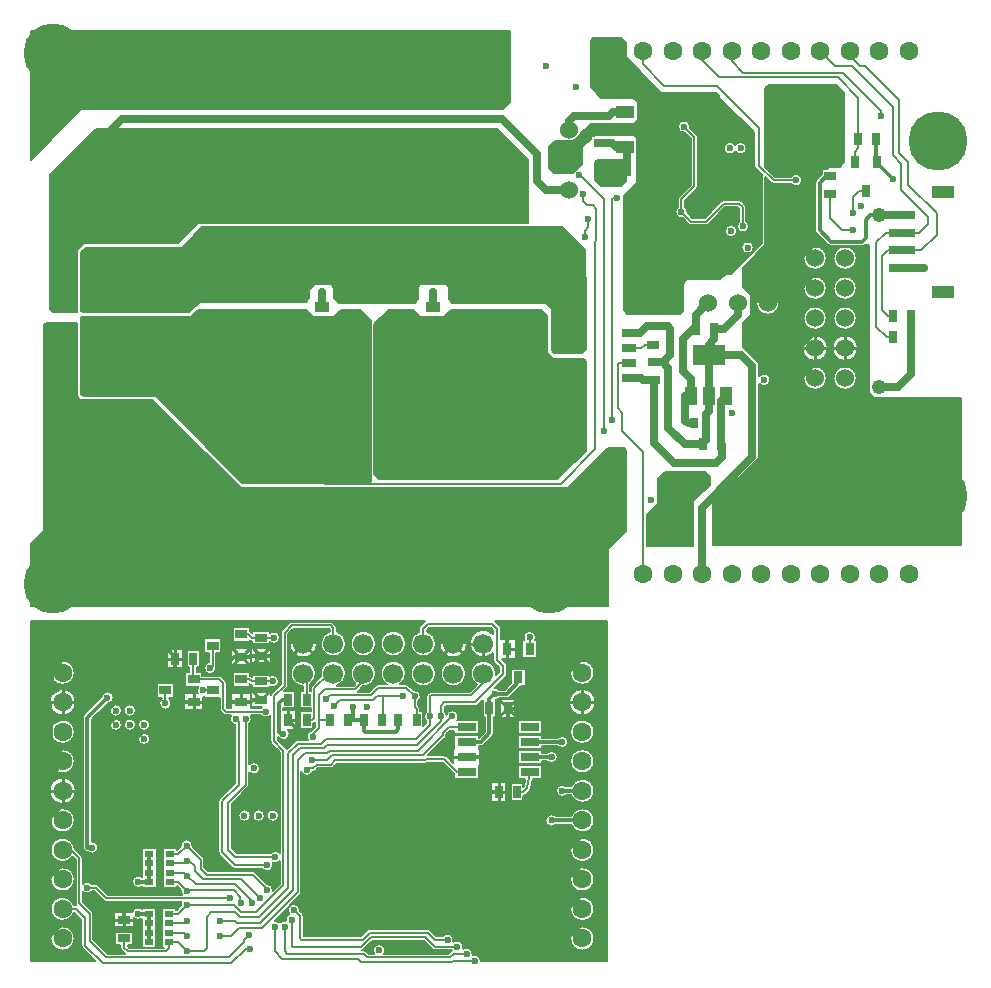
<source format=gbl>
%FSLAX34Y34*%
%MOMM*%
G04 EasyPC Gerber Version 18.0.6 Build 3620 *
%ADD20R,0.65000X1.00000*%
%ADD88R,0.80000X0.90000*%
%ADD107R,0.80000X1.00000*%
%ADD77R,1.01000X1.50000*%
%ADD24R,1.70000X2.76000*%
%ADD10C,0.12700*%
%ADD106C,0.16000*%
%ADD82C,0.25000*%
%ADD11C,0.25400*%
%ADD76C,0.30000*%
%ADD105C,0.60000*%
%ADD75C,0.63500*%
%ADD72C,1.21920*%
%ADD14C,1.52400*%
%ADD89C,1.60000*%
%ADD22C,1.70000*%
%ADD83C,3.50000*%
%ADD13C,5.00000*%
%ADD104R,0.75000X0.50000*%
%ADD25R,1.00000X0.65000*%
%ADD86R,1.30000X0.76000*%
%ADD26R,1.60000X0.76000*%
%ADD108R,0.90000X0.80000*%
%ADD111R,1.00000X0.80000*%
%ADD109R,2.20000X0.80000*%
%ADD21R,1.30000X0.90000*%
%ADD23R,1.50000X1.01000*%
%ADD110R,1.90000X1.10000*%
%ADD78R,2.76000X1.70000*%
X0Y0D02*
D02*
D10*
X6985Y373110D02*
Y320110D01*
X495635*
Y368760*
X510635Y383760*
Y451760*
X508635Y453760*
X495635*
X461635Y419760*
X184635*
X109635Y494760*
X48635*
X45635Y497760*
Y558760*
X44635Y559760*
X19635*
X17635Y557760*
Y383760*
X6985Y373110*
G36*
Y320110*
X495635*
Y368760*
X510635Y383760*
Y451760*
X508635Y453760*
X495635*
X461635Y419760*
X184635*
X109635Y494760*
X48635*
X45635Y497760*
Y558760*
X44635Y559760*
X19635*
X17635Y557760*
Y383760*
X6985Y373110*
G37*
Y698110D02*
X49635Y740760D01*
X406635*
X412635Y746760*
Y807410*
X6985*
Y698110*
G36*
X49635Y740760*
X406635*
X412635Y746760*
Y807410*
X6985*
Y698110*
G37*
X22635Y684760D02*
Y571760D01*
X25635Y568760*
X45635*
Y621760*
X51635Y627760*
X131635*
X148635Y644760*
X427635*
Y697760*
X401635Y723760*
X61635*
X22635Y684760*
G36*
Y571760*
X25635Y568760*
X45635*
Y621760*
X51635Y627760*
X131635*
X148635Y644760*
X427635*
Y697760*
X401635Y723760*
X61635*
X22635Y684760*
G37*
X49635Y564760D02*
Y499760D01*
X51635Y497760*
X112635*
X185635Y424760*
X293635*
X294635Y425760*
Y561760*
X285635Y570760*
X269635*
X263635Y564760*
X245635*
X239635Y570760*
X148635*
X142635Y564760*
X49635*
G36*
Y499760*
X51635Y497760*
X112635*
X185635Y424760*
X293635*
X294635Y425760*
Y561760*
X285635Y570760*
X269635*
X263635Y564760*
X245635*
X239635Y570760*
X148635*
X142635Y564760*
X49635*
G37*
X53635Y623760D02*
X49635Y619760D01*
Y569760*
X50635Y568760*
X140635*
X149635Y577760*
X239635*
X242635Y580760*
Y587760*
X247635Y592760*
X260635*
X263635Y589760*
Y580760*
X267635Y576760*
X331635*
X334635Y579760*
Y590760*
X336635Y592760*
X358635*
X360635Y590760*
Y579760*
X363635Y576760*
X441635*
X423635Y594760*
Y595760*
X447635Y571760*
Y536760*
X449635Y534760*
X473635*
X476635Y537760*
Y597760*
X475635Y598760*
Y621760*
X456635Y640760*
X151635*
X134635Y623760*
X53635*
G36*
X49635Y619760*
Y569760*
X50635Y568760*
X140635*
X149635Y577760*
X239635*
X242635Y580760*
Y587760*
X247635Y592760*
X260635*
X263635Y589760*
Y580760*
X267635Y576760*
X331635*
X334635Y579760*
Y590760*
X336635Y592760*
X358635*
X360635Y590760*
Y579760*
X363635Y576760*
X441635*
X423635Y594760*
Y595760*
X447635Y571760*
Y536760*
X449635Y534760*
X473635*
X476635Y537760*
Y597760*
X475635Y598760*
Y621760*
X456635Y640760*
X151635*
X134635Y623760*
X53635*
G37*
X60993Y20110D02*
X50489Y30614D01*
G75*
G02X49600Y32760I2146J2146*
G01*
Y54503*
X43402Y60701*
G75*
G02X33635Y53525I-9767J3059*
G01*
G75*
G02Y73995J10235*
G01*
G75*
G02X43410Y66795J-10235*
G01*
X44635*
G75*
G02X45412Y66694J-3036*
G01*
G75*
G02X44600Y68760I2223J2066*
G01*
Y105503*
X42098Y108004*
G75*
G02X33635Y103525I-8463J5755*
G01*
G75*
G02Y123995J10235*
G01*
G75*
G02X43809Y114878J-10235*
G01*
X49781Y108906*
G75*
G02X50670Y106760I-2146J-2146*
G01*
Y85178*
G75*
G02X58900Y84795I3965J-3418*
G01*
X61635*
G75*
G02X63781Y83906J-3035*
G01*
X71892Y75795*
X134801*
G75*
G02X133473Y80230I3834J3564*
G01*
X130670Y83033*
Y81825*
X118700*
Y115295*
X130670*
Y113787*
X133473Y116590*
G75*
G02X138635Y122695I5162J870*
G01*
G75*
G02X143797Y116590J-5235*
G01*
X152781Y107606*
G75*
G02X153670Y105460I-2146J-2146*
G01*
Y99017*
X156892Y95795*
X194635*
G75*
G02X196781Y94906J-3035*
G01*
X206692Y84995*
G75*
G02X211846Y79264I-57J-5235*
G01*
X217600Y85017*
Y104342*
G75*
G02X211340Y103055I-3965J3419*
G01*
G75*
G02X202370Y97725I-4705J-2295*
G01*
X179635*
G75*
G02X177489Y98614J3035*
G01*
X166489Y109614*
G75*
G02X165600Y111760I2146J2146*
G01*
Y154760*
G75*
G02X166489Y156906I3035*
G01*
X179600Y170017*
Y219628*
G75*
G02X176321Y227725I1035J5132*
G01*
X171635*
G75*
G02X169489Y228614J3035*
G01*
X167489Y230614*
G75*
G02X166600Y232760I2146J2146*
G01*
Y242525*
X153510*
Y243599*
G75*
G02X152920Y243533I-876J5161*
G01*
Y232085*
X136570*
Y246435*
X147945*
G75*
G02X148543Y252025I4690J2325*
G01*
X137510*
Y264495*
X140950*
Y268525*
X138900*
Y282995*
X149870*
Y268525*
X147820*
Y264495*
X151980*
Y261295*
X166135*
G75*
G02X168281Y260406J-3035*
G01*
X171781Y256906*
G75*
G02X172670Y254760I-2146J-2146*
G01*
Y234017*
X172892Y233795*
X176570*
Y246435*
X192920*
Y233795*
X201370*
G75*
G02X202061Y234585I4266J-3034*
G01*
X193460*
Y247435*
X209810*
Y244869*
G75*
G02X210489Y245906I2826J-1109*
G01*
X218600Y254017*
Y297760*
G75*
G02X219489Y299906I3035*
G01*
X225489Y305906*
G75*
G02X227635Y306795I2146J-2146*
G01*
X260635*
G75*
G02X262781Y305906J-3035*
G01*
X264981Y303706*
G75*
G02X265870Y301560I-2146J-2146*
G01*
Y298757*
G75*
G02X273570Y288460I-3035J-10297*
G01*
G75*
G02X252100I-10735*
G01*
G75*
G02X259800Y298757I10735*
G01*
Y300303*
X259378Y300725*
X228892*
X224670Y296503*
Y252760*
G75*
G02X223781Y250614I-3035*
G01*
X221162Y247995*
X230370*
Y233525*
X220370*
Y231935*
X231310*
Y215585*
X224211*
G75*
G02X220635Y206524I-3576J-3825*
G01*
G75*
G02X216269Y208870J5235*
G01*
G75*
G02X215994Y209119I2370J2893*
G01*
X215670Y209443*
Y207017*
X222781Y199906*
G75*
G02X223458Y198875I-2146J-2147*
G01*
X230489Y205906*
G75*
G02X232635Y206795I2146J-2146*
G01*
X241321*
G75*
G02X244440Y214857I4315J2965*
G01*
X247600Y218017*
Y222433*
X246781Y221614*
G75*
G02X245870Y220988I-2145J2146*
G01*
Y216525*
X234900*
Y230995*
X243600*
Y233525*
X234900*
Y247995*
X237350*
Y252325*
G75*
G02X226700Y263060I85J10735*
G01*
G75*
G02X248170I10735*
G01*
G75*
G02X243420Y254148I-10735*
G01*
Y247995*
X243600*
Y250760*
G75*
G02X244489Y252906I3035*
G01*
X252348Y260765*
G75*
G02X252100Y263060I10488J2294*
G01*
G75*
G02X273570I10735*
G01*
G75*
G02X265977Y252795I-10735*
G01*
X279978*
X281715Y254532*
G75*
G02X277500Y263060I6520J8528*
G01*
G75*
G02X298970I10735*
G01*
G75*
G02X288093Y252326I-10735*
G01*
X283562Y247795*
X293378*
X298489Y252906*
G75*
G02X300635Y253795I2146J-2146*
G01*
X308213*
G75*
G02X302900Y263060I5422J9265*
G01*
G75*
G02X324370I10735*
G01*
G75*
G02X319057Y253795I-10735*
G01*
X324635*
G75*
G02X326781Y252906J-3035*
G01*
X330765Y248922*
G75*
G02X334670Y239495I870J-5162*
G01*
Y236017*
X335531Y235156*
G75*
G02X336420Y233010I-2146J-2146*
G01*
Y230995*
X338870*
Y218287*
X341600Y221017*
Y222495*
G75*
G02Y231025I3035J4265*
G01*
Y243760*
G75*
G02X342489Y245906I3035*
G01*
X343489Y246906*
G75*
G02X345635Y247795I2146J-2146*
G01*
X378578*
X384517Y253735*
G75*
G02X379100Y263060I5317J9325*
G01*
G75*
G02X400570I10735*
G01*
G75*
G02X400445Y261428I-10736J1*
G01*
X403200Y264183*
Y268337*
X399206Y272331*
G75*
G02X398200Y274760I2429J2429*
G01*
Y280316*
G75*
G02X378160Y288460I-8365J8144*
G01*
G75*
G02X398200Y296604I11675*
G01*
Y299337*
X396212Y301325*
X344058*
X342070Y299337*
Y298757*
G75*
G02X349770Y288460I-3035J-10297*
G01*
G75*
G02X328300I-10735*
G01*
G75*
G02X335200Y298487I10735*
G01*
Y300760*
G75*
G02X336206Y303189I3435*
G01*
X340206Y307189*
G75*
G02X340449Y307410I2427J-2425*
G01*
X6985*
Y20110*
X60993*
X33635Y28525D02*
G75*
G02Y48995J10235D01*
G01*
G75*
G02Y28525J-10235*
G01*
Y78525D02*
G75*
G02Y98995J10235D01*
G01*
G75*
G02Y78525J-10235*
G01*
X101200Y82625D02*
X100845D01*
G75*
G02X97635Y81525I-3210J4134*
G01*
G75*
G02Y91995J5235*
G01*
G75*
G02X100845Y90895J-5234*
G01*
X101200*
Y115295*
X113170*
Y81825*
X101200*
Y82625*
X54967Y112025D02*
X54635D01*
G75*
G02X50900Y115760J3735*
G01*
Y225760*
G75*
G02X51994Y228401I3735*
G01*
X66400Y242807*
G75*
G02X71635Y247995I5235J-47*
G01*
G75*
G02X71682Y237525J-5235*
G01*
X58370Y224213*
Y120988*
G75*
G02X58635Y120995I271J-5229*
G01*
G75*
G02Y110525J-5235*
G01*
G75*
G02X54967Y112025J5235*
G01*
X33635Y128525D02*
G75*
G02Y148995J10235D01*
G01*
G75*
G02Y128525J-10235*
G01*
Y152585D02*
G75*
G02Y174935J11175D01*
G01*
G75*
G02Y152585J-11175*
G01*
Y178525D02*
G75*
G02Y198995J10235D01*
G01*
G75*
G02Y178525J-10235*
G01*
X102635Y202525D02*
G75*
G02Y212995J5235D01*
G01*
G75*
G02Y202525J-5235*
G01*
X33635Y203525D02*
G75*
G02Y223995J10235D01*
G01*
G75*
G02Y203525J-10235*
G01*
X102635Y214525D02*
G75*
G02Y224995J5235D01*
G01*
G75*
G02Y214525J-5235*
G01*
X90635D02*
G75*
G02Y224995J5235D01*
G01*
G75*
G02Y214525J-5235*
G01*
X78635D02*
G75*
G02Y224995J5235D01*
G01*
G75*
G02Y214525J-5235*
G01*
X90635Y226525D02*
G75*
G02Y236995J5235D01*
G01*
G75*
G02Y226525J-5235*
G01*
X78635D02*
G75*
G02Y236995J5235D01*
G01*
G75*
G02Y226525J-5235*
G01*
X33635Y227585D02*
G75*
G02Y249935J11175D01*
G01*
G75*
G02Y227585J-11175*
G01*
X123780Y242025D02*
G75*
G02X120745Y232525I-3035J-4265D01*
G01*
G75*
G02X117710Y242025J5235*
G01*
Y242525*
X113510*
Y254995*
X127980*
Y242525*
X123780*
Y242025*
X208870Y252065D02*
Y251025D01*
X194400*
Y253475*
X193635*
G75*
G02X191980Y253966J3035*
G01*
Y252025*
X177510*
Y264495*
X191980*
Y261294*
G75*
G02X194031Y260406I-96J-3034*
G01*
X194400Y260037*
Y261995*
X208870*
Y260955*
G75*
G02X211635Y261745I2765J-4445*
G01*
G75*
G02Y251275J-5235*
G01*
G75*
G02X208870Y252065J5235*
G01*
X33635Y253525D02*
G75*
G02Y273995J10235D01*
G01*
G75*
G02Y253525J-10235*
G01*
X375170Y263060D02*
G75*
G02X353700I-10735D01*
G01*
G75*
G02X375170I10735*
G01*
X349770D02*
G75*
G02X328300I-10735D01*
G01*
G75*
G02X349770I10735*
G01*
X122460Y267585D02*
Y283935D01*
X135310*
Y267585*
X122460*
X163688Y269128D02*
G75*
G02X158635Y262525I-5053J-1368D01*
G01*
G75*
G02X157710Y272913J5235*
G01*
Y280525*
X153510*
Y292995*
X167980*
Y280525*
X163780*
Y269870*
G75*
G02X163688Y269128I-3037*
G01*
X192920Y270085D02*
X176570D01*
Y284435*
X192920*
Y270085*
X209810Y271585D02*
X193460D01*
Y284435*
X209810*
Y271585*
X376110Y288460D02*
G75*
G02X352760I-11675D01*
G01*
G75*
G02X376110I11675*
G01*
X324370D02*
G75*
G02X302900I-10735D01*
G01*
G75*
G02X324370I10735*
G01*
X298970D02*
G75*
G02X277500I-10735D01*
G01*
G75*
G02X298970I10735*
G01*
X249110D02*
G75*
G02X225760I-11675D01*
G01*
G75*
G02X249110I11675*
G01*
X208870Y289873D02*
Y288025D01*
X194400*
Y290475*
X193635*
G75*
G02X191980Y290966J3035*
G01*
Y290025*
X177510*
Y302495*
X191980*
Y299091*
G75*
G02X193031Y298406I-1096J-2831*
G01*
X194400Y297037*
Y298995*
X208870*
Y297147*
G75*
G02X212635Y298745I3765J-3637*
G01*
G75*
G02Y288275J-5235*
G01*
G75*
G02X208870Y289873J5235*
G01*
X6985Y38760D02*
G36*
Y20110D01*
X60993*
X50489Y30614*
G75*
G02X49600Y32760I2146J2146*
G01*
Y38760*
X43870*
G75*
G02X33635Y28525I-10235*
G01*
G75*
G02X23400Y38760J10235*
G01*
X6985*
G37*
X23400D02*
G36*
G75*
G02X33635Y48995I10235D01*
G01*
G75*
G02X43870Y38760J-10235*
G01*
X49600*
Y54503*
X43402Y60701*
G75*
G02X33635Y53525I-9767J3059*
G01*
G75*
G02Y73995J10235*
G01*
G75*
G02X43410Y66795J-10235*
G01*
X44635*
G75*
G02X45412Y66694J-3036*
G01*
G75*
G02X44600Y68760I2223J2066*
G01*
Y88760*
X43870*
G75*
G02X33635Y78525I-10235*
G01*
G75*
G02X23400Y88760J10235*
G01*
X6985*
Y38760*
X23400*
G37*
Y88760D02*
G36*
G75*
G02X33635Y98995I10235D01*
G01*
G75*
G02X43870Y88760J-10235*
G01*
X44600*
Y105503*
X42098Y108004*
G75*
G02X33635Y103525I-8463J5755*
G01*
G75*
G02Y123995J10235*
G01*
G75*
G02X43809Y114878J-10235*
G01*
X49781Y108906*
G75*
G02X50670Y106760I-2146J-2146*
G01*
Y88760*
X92797*
G75*
G02X97635Y91995I4838J-2000*
G01*
G75*
G02X100845Y90895J-5234*
G01*
X101200*
Y115295*
X113170*
Y88760*
X118700*
Y115295*
X130670*
Y113787*
X133473Y116590*
G75*
G02X138635Y122695I5162J870*
G01*
G75*
G02X143797Y116590J-5235*
G01*
X152781Y107606*
G75*
G02X153670Y105460I-2146J-2146*
G01*
Y99017*
X156892Y95795*
X194635*
G75*
G02X196781Y94906J-3035*
G01*
X206692Y84995*
G75*
G02X211846Y79264I-57J-5235*
G01*
X217600Y85017*
Y104342*
G75*
G02X211340Y103055I-3965J3419*
G01*
G75*
G02X202370Y97725I-4705J-2295*
G01*
X179635*
G75*
G02X177489Y98614J3035*
G01*
X166489Y109614*
G75*
G02X165600Y111760I2146J2146*
G01*
Y138760*
X58370*
Y120988*
G75*
G02X58635Y120995I271J-5229*
G01*
G75*
G02Y110525J-5235*
G01*
G75*
G02X54967Y112025J5235*
G01*
X54635*
G75*
G02X50900Y115760J3735*
G01*
Y138760*
X43870*
G75*
G02X33635Y128525I-10235*
G01*
G75*
G02X23400Y138760J10235*
G01*
X6985*
Y88760*
X23400*
G37*
X50670D02*
G36*
Y85178D01*
G75*
G02X58900Y84795I3965J-3418*
G01*
X61635*
G75*
G02X63781Y83906J-3035*
G01*
X71892Y75795*
X134801*
G75*
G02X133473Y80230I3834J3564*
G01*
X130670Y83033*
Y81825*
X118700*
Y88760*
X113170*
Y81825*
X101200*
Y82625*
X100845*
G75*
G02X97635Y81525I-3210J4134*
G01*
G75*
G02X92797Y88760J5235*
G01*
X50670*
G37*
X6985Y179260D02*
G36*
Y163760D01*
X22460*
G75*
G02X33635Y174935I11175*
G01*
G75*
G02X44810Y163760J-11175*
G01*
X50900*
Y179260*
X37444*
G75*
G02X33635Y178525I-3809J9500*
G01*
G75*
G02X29826Y179260J10235*
G01*
X6985*
G37*
X29826D02*
G36*
G75*
G02X33635Y198995I3809J9500D01*
G01*
G75*
G02X37444Y179260J-10235*
G01*
X50900*
Y207760*
X41927*
G75*
G02X33635Y203525I-8292J6000*
G01*
G75*
G02X25343Y207760J10235*
G01*
X6985*
Y179260*
X29826*
G37*
X58370D02*
G36*
Y163760D01*
X173343*
X179600Y170017*
Y179260*
X58370*
G37*
X179600D02*
G36*
Y207760D01*
X107870*
G75*
G02X102635Y202525I-5235*
G01*
G75*
G02X97400Y207760J5235*
G01*
X58370*
Y179260*
X179600*
G37*
X23400Y138760D02*
G36*
G75*
G02X33635Y148995I10235D01*
G01*
G75*
G02X43870Y138760J-10235*
G01*
X50900*
Y163760*
X44810*
G75*
G02X33635Y152585I-11175*
G01*
G75*
G02X22460Y163760J11175*
G01*
X6985*
Y138760*
X23400*
G37*
X165600D02*
G36*
Y154760D01*
G75*
G02X166489Y156906I3035*
G01*
X173343Y163760*
X58370*
Y138760*
X165600*
G37*
X25343Y207760D02*
G36*
G75*
G02Y219760I8292J6000D01*
G01*
X6985*
Y207760*
X25343*
G37*
X50900D02*
G36*
Y219760D01*
X41927*
G75*
G02Y207760I-8292J-6000*
G01*
X50900*
G37*
X97400D02*
G36*
G75*
G02X102635Y212995I5235D01*
G01*
G75*
G02X107870Y207760J-5235*
G01*
X179600*
Y219628*
G75*
G02X179083Y219760I1035J5132*
G01*
X107870*
G75*
G02X102635Y214525I-5235*
G01*
G75*
G02X97400Y219760J5235*
G01*
X95870*
G75*
G02X90635Y214525I-5235*
G01*
G75*
G02X85400Y219760J5235*
G01*
X83870*
G75*
G02X78635Y214525I-5235*
G01*
G75*
G02X73400Y219760J5235*
G01*
X58370*
Y207760*
X97400*
G37*
X25343Y219760D02*
G36*
G75*
G02X33635Y223995I8292J-6000D01*
G01*
G75*
G02X41927Y219760J-10235*
G01*
X50900*
Y225760*
G75*
G02X51994Y228401I3735*
G01*
X55353Y231760*
X42346*
G75*
G02X33635Y227585I-8711J7000*
G01*
G75*
G02X24924Y231760J11175*
G01*
X6985*
Y219760*
X25343*
G37*
X73400D02*
G36*
G75*
G02X78635Y224995I5235D01*
G01*
G75*
G02X83870Y219760J-5235*
G01*
X85400*
G75*
G02X90635Y224995I5235*
G01*
G75*
G02X95870Y219760J-5235*
G01*
X97400*
G75*
G02X102635Y224995I5235*
G01*
G75*
G02X107870Y219760J-5235*
G01*
X179083*
G75*
G02X176321Y227725I1552J5000*
G01*
X171635*
G75*
G02X169489Y228614J3035*
G01*
X167489Y230614*
G75*
G02X166770Y231760I2147J2145*
G01*
X95870*
G75*
G02X90635Y226525I-5235*
G01*
G75*
G02X85400Y231760J5235*
G01*
X83870*
G75*
G02X78635Y226525I-5235*
G01*
G75*
G02X73400Y231760J5235*
G01*
X65917*
X58370Y224213*
Y219760*
X73400*
G37*
X24924Y231760D02*
G36*
G75*
G02X23641Y243760I8711J7000D01*
G01*
X6985*
Y231760*
X24924*
G37*
X55353D02*
G36*
X66400Y242807D01*
G75*
G02X66496Y243760I5235J-46*
G01*
X43629*
G75*
G02X42346Y231760I-9994J-5000*
G01*
X55353*
G37*
X73400D02*
G36*
G75*
G02X78635Y236995I5235D01*
G01*
G75*
G02X83870Y231760J-5235*
G01*
X85400*
G75*
G02X90635Y236995I5235*
G01*
G75*
G02X95870Y231760J-5235*
G01*
X166770*
G75*
G02X166600Y232760I2865J1001*
G01*
Y242525*
X153510*
Y243599*
G75*
G02X152920Y243533I-876J5161*
G01*
Y232085*
X136570*
Y243760*
X127980*
Y242525*
X123780*
Y242025*
G75*
G02X120745Y232525I-3035J-4265*
G01*
G75*
G02X117710Y242025J5235*
G01*
Y242525*
X113510*
Y243760*
X76774*
G75*
G02X71682Y237525I-5139J-1000*
G01*
X65917Y231760*
X73400*
G37*
X23641Y243760D02*
G36*
G75*
G02X33635Y249935I9994J-5000D01*
G01*
G75*
G02X43629Y243760J-11175*
G01*
X66496*
G75*
G02X71635Y247995I5139J-1000*
G01*
G75*
G02X76774Y243760J-5235*
G01*
X113510*
Y254995*
X127980*
Y243760*
X136570*
Y246435*
X147945*
G75*
G02X148543Y252025I4690J2325*
G01*
X137510*
Y257760*
X41927*
G75*
G02X33635Y253525I-8292J6000*
G01*
G75*
G02X25343Y257760J10235*
G01*
X6985*
Y243760*
X23641*
G37*
X25343Y257760D02*
G36*
G75*
G02X33635Y273995I8292J6000D01*
G01*
G75*
G02X41927Y257760J-10235*
G01*
X137510*
Y264495*
X140950*
Y268525*
X138900*
Y275760*
X135310*
Y267585*
X122460*
Y275760*
X6985*
Y257760*
X25343*
G37*
X170927D02*
G36*
X171781Y256906D01*
G75*
G02X172670Y254760I-2146J-2146*
G01*
Y234017*
X172892Y233795*
X176570*
Y246435*
X192920*
Y233795*
X201370*
G75*
G02X202061Y234585I4266J-3034*
G01*
X193460*
Y247435*
X209810*
Y244869*
G75*
G02X210489Y245906I2826J-1109*
G01*
X218600Y254017*
Y257760*
X216719*
G75*
G02X211635Y251275I-5084J-1250*
G01*
G75*
G02X208870Y252065J5235*
G01*
Y251025*
X194400*
Y253475*
X193635*
G75*
G02X191980Y253966J3035*
G01*
Y252025*
X177510*
Y257760*
X170927*
G37*
X177510D02*
G36*
Y264495D01*
X191980*
Y261294*
G75*
G02X194031Y260406I-96J-3034*
G01*
X194400Y260037*
Y261995*
X208870*
Y260955*
G75*
G02X211635Y261745I2765J-4445*
G01*
G75*
G02X216719Y257760J-5235*
G01*
X218600*
Y275760*
X209810*
Y271585*
X193460*
Y275760*
X192920*
Y270085*
X176570*
Y275760*
X163780*
Y269870*
G75*
G02X163688Y269128I-3037*
G01*
G75*
G02X158635Y262525I-5053J-1368*
G01*
G75*
G02X157710Y272913J5235*
G01*
Y275760*
X149870*
Y268525*
X147820*
Y264495*
X151980*
Y261295*
X166135*
G75*
G02X168281Y260406J-3035*
G01*
X170927Y257760*
X177510*
G37*
X322971D02*
G36*
G75*
G02X319057Y253795I-9335J5301D01*
G01*
X324635*
G75*
G02X326781Y252906J-3035*
G01*
X330765Y248922*
G75*
G02X334670Y239495I870J-5162*
G01*
Y236017*
X335531Y235156*
G75*
G02X336420Y233010I-2146J-2146*
G01*
Y230995*
X338870*
Y218287*
X341600Y221017*
Y222495*
G75*
G02Y231025I3035J4265*
G01*
Y243760*
G75*
G02X342489Y245906I3035*
G01*
X343489Y246906*
G75*
G02X345635Y247795I2146J-2146*
G01*
X378578*
X384517Y253735*
G75*
G02X380499Y257760I5317J9325*
G01*
X373770*
G75*
G02X355100I-9335J5300*
G01*
X348370*
G75*
G02X329700I-9335J5300*
G01*
X322971*
G37*
X329700D02*
G36*
G75*
G02X328300Y263060I9335J5301D01*
G01*
G75*
G02X349770I10735*
G01*
G75*
G02X348370Y257760I-10735J1*
G01*
X355100*
G75*
G02X353700Y263060I9335J5301*
G01*
G75*
G02X375170I10735*
G01*
G75*
G02X373770Y257760I-10735J1*
G01*
X380499*
G75*
G02X379100Y263060I9335J5299*
G01*
G75*
G02X400570I10735*
G01*
G75*
G02X400445Y261428I-10736J1*
G01*
X403200Y264183*
Y268337*
X399206Y272331*
G75*
G02X398200Y274760I2429J2429*
G01*
Y280316*
G75*
G02X378160Y288460I-8365J8144*
G01*
X376110*
G75*
G02X352760I-11675*
G01*
X349770*
G75*
G02X328300I-10735*
G01*
X324370*
G75*
G02X302900I-10735*
G01*
X298970*
G75*
G02X277500I-10735*
G01*
X273570*
G75*
G02X252100I-10735*
G01*
X249110*
G75*
G02X225760I-11675*
G01*
X224670*
Y252760*
G75*
G02X223781Y250614I-3035*
G01*
X221162Y247995*
X230370*
Y233525*
X220370*
Y231935*
X231310*
Y215585*
X224211*
G75*
G02X220635Y206524I-3576J-3825*
G01*
G75*
G02X216269Y208870J5235*
G01*
G75*
G02X215994Y209119I2370J2893*
G01*
X215670Y209443*
Y207017*
X222781Y199906*
G75*
G02X223458Y198875I-2146J-2147*
G01*
X230489Y205906*
G75*
G02X232635Y206795I2146J-2146*
G01*
X241321*
G75*
G02X244440Y214857I4315J2965*
G01*
X247600Y218017*
Y222433*
X246781Y221614*
G75*
G02X245870Y220988I-2145J2146*
G01*
Y216525*
X234900*
Y230995*
X243600*
Y233525*
X234900*
Y247995*
X237350*
Y252325*
G75*
G02X226700Y263060I85J10735*
G01*
G75*
G02X248170I10735*
G01*
G75*
G02X243420Y254148I-10735*
G01*
Y247995*
X243600*
Y250760*
G75*
G02X244489Y252906I3035*
G01*
X252348Y260765*
G75*
G02X252100Y263060I10488J2294*
G01*
G75*
G02X273570I10735*
G01*
G75*
G02X265977Y252795I-10735*
G01*
X279978*
X281715Y254532*
G75*
G02X277500Y263060I6520J8528*
G01*
G75*
G02X298970I10735*
G01*
G75*
G02X288093Y252326I-10735*
G01*
X283562Y247795*
X293378*
X298489Y252906*
G75*
G02X300635Y253795I2146J-2146*
G01*
X308213*
G75*
G02X302900Y263060I5422J9265*
G01*
G75*
G02X324370I10735*
G01*
G75*
G02X322971Y257760I-10735J-1*
G01*
X329700*
G37*
X122460Y275760D02*
G36*
Y283935D01*
X135310*
Y275760*
X138900*
Y282995*
X149870*
Y275760*
X157710*
Y280525*
X153510*
Y288460*
X6985*
Y275760*
X122460*
G37*
X176570D02*
G36*
Y284435D01*
X192920*
Y275760*
X193460*
Y284435*
X209810*
Y275760*
X218600*
Y288460*
X214014*
G75*
G02X212635Y288275I-1379J5050*
G01*
G75*
G02X208870Y289873J5235*
G01*
Y288025*
X194400*
Y288460*
X167980*
Y280525*
X163780*
Y275760*
X176570*
G37*
X153510Y288460D02*
G36*
Y292995D01*
X167980*
Y288460*
X194400*
Y290475*
X193635*
G75*
G02X191980Y290966J3035*
G01*
Y290025*
X177510*
Y302495*
X191980*
Y299091*
G75*
G02X193031Y298406I-1096J-2831*
G01*
X194400Y297037*
Y298995*
X208870*
Y297147*
G75*
G02X212635Y298745I3765J-3637*
G01*
G75*
G02X214014Y288460J-5235*
G01*
X218600*
Y297760*
G75*
G02X219489Y299906I3035*
G01*
X225489Y305906*
G75*
G02X227635Y306795I2146J-2146*
G01*
X260635*
G75*
G02X262781Y305906J-3035*
G01*
X264981Y303706*
G75*
G02X265870Y301560I-2146J-2146*
G01*
Y298757*
G75*
G02X273570Y288460I-3035J-10297*
G01*
X277500*
G75*
G02X298970I10735*
G01*
X302900*
G75*
G02X324370I10735*
G01*
X328300*
G75*
G02X335200Y298487I10735*
G01*
Y300760*
G75*
G02X336206Y303189I3435*
G01*
X340206Y307189*
G75*
G02X340449Y307410I2427J-2425*
G01*
X6985*
Y288460*
X153510*
G37*
X225760D02*
G36*
G75*
G02X249110I11675D01*
G01*
X252100*
G75*
G02X259800Y298757I10735*
G01*
Y300303*
X259378Y300725*
X228892*
X224670Y296503*
Y288460*
X225760*
G37*
X352760D02*
G36*
G75*
G02X376110I11675D01*
G01*
X378160*
G75*
G02X398200Y296604I11675*
G01*
Y299337*
X396212Y301325*
X344058*
X342070Y299337*
Y298757*
G75*
G02X349770Y288460I-3035J-10297*
G01*
X352760*
G37*
X86308Y25795D02*
X83489Y28614D01*
G75*
G02X82600Y30760I2146J2146*
G01*
Y33525*
X78400*
Y44495*
X92870*
Y33525*
X88670*
Y32017*
X89892Y30795*
X119828*
X119858Y30825*
X118100*
Y64295*
X130070*
Y62595*
X130178*
X133473Y65890*
G75*
G02X134321Y69725I5162J870*
G01*
X70635*
G75*
G02X68489Y70614J3035*
G01*
X60378Y78725*
X58900*
G75*
G02X50670Y78342I-4265J3035*
G01*
Y70017*
X58781Y61906*
G75*
G02X59670Y59760I-2146J-2146*
G01*
Y38017*
X71892Y25795*
X86308*
X112570Y64295D02*
Y30825D01*
X100600*
Y55425*
X100570*
G75*
G02X93810Y56186I-2935J4335*
G01*
Y48085*
X77460*
Y60935*
X92534*
G75*
G02X100600Y64074I5101J-1175*
G01*
Y64295*
X112570*
X59670Y47910D02*
G36*
Y38017D01*
X71892Y25795*
X86308*
X83489Y28614*
G75*
G02X82600Y30760I2146J2146*
G01*
Y33525*
X78400*
Y44495*
X92870*
Y33525*
X88670*
Y32017*
X89892Y30795*
X119828*
X119858Y30825*
X118100*
Y47910*
X112570*
Y30825*
X100600*
Y47910*
X59670*
G37*
X100600D02*
G36*
Y55425D01*
X100570*
G75*
G02X93810Y56186I-2935J4335*
G01*
Y48085*
X77460*
Y60935*
X92534*
G75*
G02X100600Y64074I5101J-1175*
G01*
Y64295*
X112570*
Y47910*
X118100*
Y64295*
X130070*
Y62595*
X130178*
X133473Y65890*
G75*
G02X134321Y69725I5162J870*
G01*
X70635*
G75*
G02X68489Y70614J3035*
G01*
X60378Y78725*
X58900*
G75*
G02X50670Y78342I-4265J3035*
G01*
Y70017*
X58781Y61906*
G75*
G02X59670Y59760I-2146J-2146*
G01*
Y47910*
X100600*
G37*
X209370Y110795D02*
G75*
G02X217600Y111178I4265J-3035D01*
G01*
Y196503*
X210489Y203614*
G75*
G02X209600Y205760I2146J2146*
G01*
Y227342*
G75*
G02X201370Y227725I-3965J3418*
G01*
X192949*
G75*
G02X191670Y220495I-4314J-2965*
G01*
Y186178*
G75*
G02X195635Y187995I3965J-3418*
G01*
G75*
G02Y177525J-5235*
G01*
G75*
G02X191670Y179342J5235*
G01*
Y168760*
G75*
G02X190781Y166614I-3035*
G01*
X176670Y152503*
Y115017*
X180892Y110795*
X209370*
X211635Y137525D02*
G75*
G02Y147995J5235D01*
G01*
G75*
G02Y137525J-5235*
G01*
X199635D02*
G75*
G02Y147995J5235D01*
G01*
G75*
G02Y137525J-5235*
G01*
X187635D02*
G75*
G02Y147995J5235D01*
G01*
G75*
G02Y137525J-5235*
G01*
X176670Y142760D02*
G36*
Y115017D01*
X180892Y110795*
X209370*
G75*
G02X217600Y111178I4265J-3035*
G01*
Y142760*
X216870*
G75*
G02X211635Y137525I-5235*
G01*
G75*
G02X206400Y142760J5235*
G01*
X204870*
G75*
G02X199635Y137525I-5235*
G01*
G75*
G02X194400Y142760J5235*
G01*
X192870*
G75*
G02X187635Y137525I-5235*
G01*
G75*
G02X182400Y142760J5235*
G01*
X176670*
G37*
X182400D02*
G36*
G75*
G02X187635Y147995I5235D01*
G01*
G75*
G02X192870Y142760J-5235*
G01*
X194400*
G75*
G02X199635Y147995I5235*
G01*
G75*
G02X204870Y142760J-5235*
G01*
X206400*
G75*
G02X211635Y147995I5235*
G01*
G75*
G02X216870Y142760J-5235*
G01*
X217600*
Y196503*
X210489Y203614*
G75*
G02X209600Y205760I2146J2146*
G01*
Y227342*
G75*
G02X201370Y227725I-3965J3418*
G01*
X192949*
G75*
G02X191670Y220495I-4314J-2965*
G01*
Y186178*
G75*
G02X195635Y187995I3965J-3418*
G01*
G75*
G02Y177525J-5235*
G01*
G75*
G02X191670Y179342J5235*
G01*
Y168760*
G75*
G02X190781Y166614I-3035*
G01*
X176670Y152503*
Y142760*
X182400*
G37*
X297635Y431760D02*
X301635Y427760D01*
X452635*
X476635Y451760*
Y527760*
X474635Y529760*
X448635*
X443635Y534760*
Y565760*
X438635Y570760*
X362635*
X356635Y564760*
X336635*
X330635Y570760*
X309635*
X297635Y558760*
Y431760*
G36*
X301635Y427760*
X452635*
X476635Y451760*
Y527760*
X474635Y529760*
X448635*
X443635Y534760*
Y565760*
X438635Y570760*
X362635*
X356635Y564760*
X336635*
X330635Y570760*
X309635*
X297635Y558760*
Y431760*
G37*
X305949Y25795D02*
X360378D01*
X362489Y27906*
G75*
G02X363485Y28569I2147J-2145*
G01*
G75*
G02X363370Y28725I4142J3174*
G01*
X348635*
G75*
G02X346489Y29614J3035*
G01*
X339378Y36725*
X295892*
X288781Y29614*
G75*
G02X287283Y28795I-2146J2146*
G01*
X288635*
G75*
G02X290781Y27906J-3035*
G01*
X292892Y25795*
X297321*
G75*
G02X301635Y33995I4314J2965*
G01*
G75*
G02X305949Y25795J-5235*
G01*
G36*
X360378*
X362489Y27906*
G75*
G02X363485Y28569I2147J-2145*
G01*
G75*
G02X363370Y28725I4142J3174*
G01*
X348635*
G75*
G02X346489Y29614J3035*
G01*
X339378Y36725*
X295892*
X288781Y29614*
G75*
G02X287283Y28795I-2146J2146*
G01*
X288635*
G75*
G02X290781Y27906J-3035*
G01*
X292892Y25795*
X297321*
G75*
G02X301635Y33995I4314J2965*
G01*
G75*
G02X305949Y25795J-5235*
G01*
G37*
X364486Y187201D02*
Y199385D01*
X365426*
Y211145*
X385896*
Y208845*
X386088*
X391150Y213907*
Y226525*
X389400*
Y240667*
X385064Y236331*
G75*
G02X382635Y235325I-2429J2429*
G01*
X358058*
X357070Y234337*
Y230710*
G75*
G02X358635Y228311I-3434J-3950*
G01*
G75*
G02X363635Y231995I5000J-1551*
G01*
G75*
G02X367983Y223845J-5235*
G01*
X385896*
Y211775*
X365426*
Y214775*
X361942*
X358670Y211503*
Y210760*
G75*
G02X357781Y208614I-3035*
G01*
X342962Y193795*
X356635*
G75*
G02X358781Y192906J-3035*
G01*
X364486Y187201*
G36*
Y199385*
X365426*
Y211145*
X385896*
Y208845*
X386088*
X391150Y213907*
Y226525*
X389400*
Y240667*
X385064Y236331*
G75*
G02X382635Y235325I-2429J2429*
G01*
X358058*
X357070Y234337*
Y230710*
G75*
G02X358635Y228311I-3434J-3950*
G01*
G75*
G02X363635Y231995I5000J-1551*
G01*
G75*
G02X367983Y223845J-5235*
G01*
X385896*
Y211775*
X365426*
Y214775*
X361942*
X358670Y211503*
Y210760*
G75*
G02X357781Y208614I-3035*
G01*
X342962Y193795*
X356635*
G75*
G02X358781Y192906J-3035*
G01*
X364486Y187201*
G37*
X371635Y173675D02*
X365426D01*
Y176760*
X346635*
Y163760*
X344635Y161760*
X265635*
X262635Y164760*
Y176760*
X242186*
G75*
G02X239084I-1551J5000*
G01*
X238635*
Y152760*
X252635*
X253635Y151760*
Y71760*
X250635Y68760*
X238635*
Y44760*
X261635*
Y56760*
X263635Y58760*
X347635*
Y44760*
X371635*
Y68760*
X357635*
X356635Y69760*
Y150760*
X358635Y152760*
X371635*
Y173675*
G36*
X365426*
Y176760*
X346635*
Y163760*
X344635Y161760*
X265635*
X262635Y164760*
Y176760*
X242186*
G75*
G02X239084I-1551J5000*
G01*
X238635*
Y152760*
X252635*
X253635Y151760*
Y71760*
X250635Y68760*
X238635*
Y44760*
X261635*
Y56760*
X263635Y58760*
X347635*
Y44760*
X371635*
Y68760*
X357635*
X356635Y69760*
Y150760*
X358635Y152760*
X371635*
Y173675*
G37*
X387858Y20110D02*
X494285D01*
Y307410*
X399821*
G75*
G02X400064Y307189I-2184J-2646*
G01*
X404064Y303189*
G75*
G02X405070Y300760I-2429J-2429*
G01*
Y292045*
X417310*
Y275695*
X405558*
X409064Y272189*
G75*
G02X410070Y269760I-2429J-2429*
G01*
Y262760*
G75*
G02X409064Y260331I-3435*
G01*
X399727Y250994*
G75*
G02X403303Y249495I-92J-5234*
G01*
X408088*
X413400Y254807*
Y267105*
X425870*
Y252635*
X421792*
X412276Y243119*
G75*
G02X409635Y242025I-2641J2641*
G01*
X403303*
G75*
G02X400370Y240577I-3668J3735*
G01*
Y226525*
X398620*
Y212360*
G75*
G02X397526Y209719I-3735*
G01*
X390276Y202469*
G75*
G02X387635Y201375I-2641J2641*
G01*
X385896*
Y199385*
X386836*
Y185435*
X385896*
Y173675*
X365426*
Y177677*
X355378Y187725*
X342892*
X342781Y187614*
G75*
G02X340635Y186725I-2146J2146*
G01*
X265892*
X262781Y183614*
G75*
G02X260635Y182725I-2146J2146*
G01*
X249892*
X247781Y180614*
G75*
G02X245635Y179725I-2146J2146*
G01*
X245458*
G75*
G02X235670Y180100I-4823J2035*
G01*
Y77760*
G75*
G02X234781Y75614I-3035*
G01*
X213139Y53971*
G75*
G02X213635Y53995I501J-5207*
G01*
G75*
G02X217635Y52137J-5235*
G01*
G75*
G02X221635Y53995I4000J-3377*
G01*
G75*
G02X222466Y53929I3J-5232*
G01*
G75*
G02X225506Y59542I5168J830*
G01*
G75*
G02X229635Y67995I4129J3218*
G01*
G75*
G02X234797Y61890J-5235*
G01*
X236781Y59906*
G75*
G02X237670Y57760I-2146J-2146*
G01*
Y40795*
X286378*
X291489Y45906*
G75*
G02X293635Y46795I2146J-2146*
G01*
X342635*
G75*
G02X344781Y45906J-3035*
G01*
X349892Y40795*
X355370*
G75*
G02X364566Y36001I4265J-3035*
G01*
G75*
G02X372566Y30001I3069J-4241*
G01*
G75*
G02X380750Y24644I3069J-4241*
G01*
G75*
G02X387858Y20110I1885J-4884*
G01*
X473635Y28525D02*
G75*
G02Y48995J10235D01*
G01*
G75*
G02Y28525J-10235*
G01*
Y53525D02*
G75*
G02Y73995J10235D01*
G01*
G75*
G02Y53525J-10235*
G01*
Y78525D02*
G75*
G02Y98995J10235D01*
G01*
G75*
G02Y78525J-10235*
G01*
Y103525D02*
G75*
G02Y123995J10235D01*
G01*
G75*
G02Y103525J-10235*
G01*
X464106Y135025D02*
X451303D01*
G75*
G02X447635Y133525I-3668J3735*
G01*
G75*
G02Y143995J5235*
G01*
G75*
G02X451303Y142495J-5235*
G01*
X464106*
G75*
G02X473635Y148995I9529J-3735*
G01*
G75*
G02Y128525J-10235*
G01*
G75*
G02X464106Y135025J10235*
G01*
X423870Y159734D02*
Y155525D01*
X412900*
Y169995*
X423870*
Y167287*
X424229Y167646*
X425378Y173675*
X419384*
Y185745*
X439854*
Y173675*
X431558*
X430016Y165591*
G75*
G02X429181Y164014I-2980J568*
G01*
X425781Y160614*
G75*
G02X423870Y159734I-2146J2146*
G01*
X464106Y160025D02*
X460303D01*
G75*
G02X456635Y158525I-3668J3735*
G01*
G75*
G02Y168995J5235*
G01*
G75*
G02X460303Y167495J-5235*
G01*
X464106*
G75*
G02X473635Y173995I9529J-3735*
G01*
G75*
G02Y153525J-10235*
G01*
G75*
G02X464106Y160025J10235*
G01*
X409310Y170935D02*
Y154585D01*
X396460*
Y170935*
X409310*
X473635Y178525D02*
G75*
G02Y198995J10235D01*
G01*
G75*
G02Y178525J-10235*
G01*
X443967Y188675D02*
X439854D01*
Y186375*
X419384*
Y198445*
X439854*
Y196145*
X443967*
G75*
G02X447635Y197645I3668J-3735*
G01*
G75*
G02Y187175J-5235*
G01*
G75*
G02X443967Y188675J5235*
G01*
X452967Y201375D02*
X439854D01*
Y199075*
X419384*
Y211145*
X439854*
Y208845*
X452967*
G75*
G02X456635Y210345I3668J-3735*
G01*
G75*
G02Y199875J-5235*
G01*
G75*
G02X452967Y201375J5235*
G01*
X473635Y203525D02*
G75*
G02Y223995J10235D01*
G01*
G75*
G02Y203525J-10235*
G01*
X439854Y211775D02*
X419384D01*
Y223845*
X439854*
Y211775*
X403960Y225585D02*
Y241935D01*
X416810*
Y225585*
X403960*
X473635Y227585D02*
G75*
G02Y249935J11175D01*
G01*
G75*
G02Y227585J-11175*
G01*
Y253525D02*
G75*
G02Y273995J10235D01*
G01*
G75*
G02Y253525J-10235*
G01*
X433647Y291105D02*
X435370D01*
Y276635*
X422900*
Y291105*
X424623*
G75*
G02X429135Y298995I4512J2655*
G01*
G75*
G02X433647Y291105J-5235*
G01*
X364774Y38760D02*
G36*
G75*
G02X364566Y36001I-5139J-1000D01*
G01*
G75*
G02X372566Y30001I3069J-4241*
G01*
G75*
G02X380750Y24644I3069J-4241*
G01*
G75*
G02X387858Y20110I1885J-4884*
G01*
X494285*
Y38760*
X483870*
G75*
G02X473635Y28525I-10235*
G01*
G75*
G02X463400Y38760J10235*
G01*
X364774*
G37*
X463400D02*
G36*
G75*
G02X473635Y48995I10235D01*
G01*
G75*
G02X483870Y38760J-10235*
G01*
X494285*
Y63760*
X483870*
G75*
G02X473635Y53525I-10235*
G01*
G75*
G02X463400Y63760J10235*
G01*
X234774*
G75*
G02X234797Y61890I-5139J-998*
G01*
X236781Y59906*
G75*
G02X237670Y57760I-2146J-2146*
G01*
Y40795*
X286378*
X291489Y45906*
G75*
G02X293635Y46795I2146J-2146*
G01*
X342635*
G75*
G02X344781Y45906J-3035*
G01*
X349892Y40795*
X355370*
G75*
G02X364774Y38760I4265J-3035*
G01*
X463400*
G37*
Y63760D02*
G36*
G75*
G02X473635Y73995I10235D01*
G01*
G75*
G02X483870Y63760J-10235*
G01*
X494285*
Y88760*
X483870*
G75*
G02X473635Y78525I-10235*
G01*
G75*
G02X463400Y88760J10235*
G01*
X235670*
Y77760*
G75*
G02X234781Y75614I-3035*
G01*
X213139Y53971*
G75*
G02X213635Y53995I501J-5207*
G01*
G75*
G02X217635Y52137J-5235*
G01*
G75*
G02X221635Y53995I4000J-3377*
G01*
G75*
G02X222466Y53929I3J-5232*
G01*
G75*
G02X225506Y59542I5168J830*
G01*
G75*
G02X229635Y67995I4129J3218*
G01*
G75*
G02X234774Y63760J-5235*
G01*
X463400*
G37*
Y88760D02*
G36*
G75*
G02X473635Y98995I10235D01*
G01*
G75*
G02X483870Y88760J-10235*
G01*
X494285*
Y113760*
X483870*
G75*
G02X473635Y103525I-10235*
G01*
G75*
G02X463400Y113760J10235*
G01*
X235670*
Y88760*
X463400*
G37*
Y113760D02*
G36*
G75*
G02X473635Y123995I10235D01*
G01*
G75*
G02X483870Y113760J-10235*
G01*
X494285*
Y138760*
X483870*
G75*
G02X473635Y128525I-10235*
G01*
G75*
G02X464106Y135025J10235*
G01*
X451303*
G75*
G02X447635Y133525I-3668J3735*
G01*
G75*
G02X442400Y138760J5235*
G01*
X235670*
Y113760*
X463400*
G37*
X442400Y138760D02*
G36*
G75*
G02X447635Y143995I5235D01*
G01*
G75*
G02X451303Y142495J-5235*
G01*
X464106*
G75*
G02X473635Y148995I9529J-3735*
G01*
G75*
G02X483870Y138760J-10235*
G01*
X494285*
Y170635*
X481217*
G75*
G02X473635Y153525I-7582J-6875*
G01*
G75*
G02X464106Y160025J10235*
G01*
X460303*
G75*
G02X456635Y158525I-3668J3735*
G01*
G75*
G02Y168995J5235*
G01*
G75*
G02X460303Y167495J-5235*
G01*
X464106*
G75*
G02X466053Y170635I9529J-3735*
G01*
X430978*
X430016Y165591*
G75*
G02X429181Y164014I-2980J568*
G01*
X425781Y160614*
G75*
G02X423870Y159734I-2146J2146*
G01*
Y155525*
X412900*
Y169995*
X423870*
Y167287*
X424229Y167646*
X424799Y170635*
X409310*
Y154585*
X396460*
Y170635*
X235670*
Y138760*
X442400*
G37*
X396460Y170635D02*
G36*
Y170935D01*
X409310*
Y170635*
X424799*
X425378Y173675*
X419384*
Y185745*
X439854*
Y173675*
X431558*
X430978Y170635*
X466053*
G75*
G02X473635Y173995I7582J-6875*
G01*
G75*
G02X481217Y170635J-10235*
G01*
X494285*
Y188760*
X483870*
G75*
G02X473635Y178525I-10235*
G01*
G75*
G02X463400Y188760J10235*
G01*
X451388*
G75*
G02X447635Y187175I-3753J3650*
G01*
G75*
G02X443967Y188675J5235*
G01*
X439854*
Y186375*
X419384*
Y188760*
X386836*
Y185435*
X385896*
Y173675*
X365426*
Y177677*
X355378Y187725*
X342892*
X342781Y187614*
G75*
G02X340635Y186725I-2146J2146*
G01*
X265892*
X262781Y183614*
G75*
G02X260635Y182725I-2146J2146*
G01*
X249892*
X247781Y180614*
G75*
G02X245635Y179725I-2146J2146*
G01*
X245458*
G75*
G02X235670Y180100I-4823J2035*
G01*
Y170635*
X396460*
G37*
X419384Y188760D02*
G36*
Y198445D01*
X439854*
Y196145*
X443967*
G75*
G02X447635Y197645I3668J-3735*
G01*
G75*
G02X451388Y188760J-5235*
G01*
X463400*
G75*
G02X473635Y198995I10235*
G01*
G75*
G02X483870Y188760J-10235*
G01*
X494285*
Y205110*
X479106*
G75*
G02X473635Y203525I-5471J8650*
G01*
G75*
G02X468164Y205110J10235*
G01*
X461870*
G75*
G02X456635Y199875I-5235*
G01*
G75*
G02X452967Y201375J5235*
G01*
X439854*
Y199075*
X419384*
Y205110*
X392917*
X390276Y202469*
G75*
G02X387635Y201375I-2641J2641*
G01*
X385896*
Y199385*
X386836*
Y188760*
X419384*
G37*
Y205110D02*
G36*
Y211145D01*
X439854*
Y208845*
X452967*
G75*
G02X456635Y210345I3668J-3735*
G01*
G75*
G02X461870Y205110J-5235*
G01*
X468164*
G75*
G02X464235Y217810I5471J8650*
G01*
X439854*
Y211775*
X419384*
Y217810*
X398620*
Y212360*
G75*
G02X397526Y209719I-3735*
G01*
X392917Y205110*
X419384*
G37*
X494285D02*
G36*
Y217810D01*
X483035*
G75*
G02X479106Y205110I-9400J-4050*
G01*
X494285*
G37*
X419384Y217810D02*
G36*
Y223845D01*
X439854*
Y217810*
X464235*
G75*
G02X473635Y223995I9400J-4050*
G01*
G75*
G02X483035Y217810J-10235*
G01*
X494285*
Y233760*
X483629*
G75*
G02X473635Y227585I-9994J5000*
G01*
G75*
G02X463641Y233760J11175*
G01*
X416810*
Y225585*
X403960*
Y233760*
X400370*
Y226525*
X398620*
Y217810*
X419384*
G37*
X403960Y233760D02*
G36*
Y241935D01*
X416810*
Y233760*
X463641*
G75*
G02X473635Y249935I9994J5000*
G01*
G75*
G02X483629Y233760J-11175*
G01*
X494285*
Y263760*
X483870*
G75*
G02X473635Y253525I-10235*
G01*
G75*
G02X463400Y263760J10235*
G01*
X425870*
Y252635*
X421792*
X412276Y243119*
G75*
G02X409635Y242025I-2641J2641*
G01*
X403303*
G75*
G02X400370Y240577I-3668J3735*
G01*
Y233760*
X403960*
G37*
X463400Y263760D02*
G36*
G75*
G02X473635Y273995I10235D01*
G01*
G75*
G02X483870Y263760J-10235*
G01*
X494285*
Y287815*
X435370*
Y276635*
X422900*
Y287815*
X417310*
Y275695*
X405558*
X409064Y272189*
G75*
G02X410070Y269760I-2429J-2429*
G01*
Y262760*
G75*
G02X409064Y260331I-3435*
G01*
X399727Y250994*
G75*
G02X403303Y249495I-92J-5234*
G01*
X408088*
X413400Y254807*
Y267105*
X425870*
Y263760*
X463400*
G37*
X422900Y287815D02*
G36*
Y291105D01*
X424623*
G75*
G02X429135Y298995I4512J2655*
G01*
G75*
G02X433647Y291105J-5235*
G01*
X435370*
Y287815*
X494285*
Y307410*
X399821*
G75*
G02X400064Y307189I-2184J-2646*
G01*
X404064Y303189*
G75*
G02X405070Y300760I-2429J-2429*
G01*
Y292045*
X417310*
Y287815*
X422900*
G37*
X461595Y713760D02*
X450635D01*
X445635Y708760*
Y690760*
X449635Y686760*
X465635*
X465930Y687055*
G75*
G02X468340Y689465I4704J-2294*
G01*
X473635Y694760*
Y708760*
X480900Y716025*
Y718495*
X483370*
X483635Y718760*
X517635*
X519635Y716760*
Y678760*
X508635Y667760*
Y570760*
X511635Y567760*
X556635*
X558635Y569760*
Y592760*
X562635Y596760*
X590635*
X595635Y601760*
X599635*
X625635Y627760*
Y684760*
X618635Y691760*
Y721760*
X589635Y750760*
Y751760*
X586635Y754760*
X540635*
X510635Y784760*
Y796760*
X506635Y800760*
X482635*
X480635Y798760*
Y759760*
X489635Y750760*
X516635*
X520635Y746760*
Y731760*
X517635Y728760*
X480635*
X471792Y719917*
G75*
G02X466278Y714403I-9158J3644*
G01*
X465635Y713760*
X463675*
G75*
G02X461595I-1040J9800*
G01*
X554600Y658025D02*
Y664760D01*
G75*
G02X555489Y666906I3035*
G01*
X565600Y677017*
Y715903*
X560505Y720998*
G75*
G02X554400Y726160I-870J5162*
G01*
G75*
G02X564870I5235*
G01*
G75*
G02X564797Y725290I-5235J1*
G01*
X570781Y719306*
G75*
G02X571670Y717160I-2146J-2146*
G01*
Y675760*
G75*
G02X570781Y673614I-3035*
G01*
X560670Y663503*
Y658025*
G75*
G02X562797Y652890I-3035J-4265*
G01*
X566892Y648795*
X577378*
X591489Y662906*
G75*
G02X593635Y663795I2146J-2146*
G01*
X606635*
G75*
G02X608781Y662906J-3035*
G01*
X611781Y659906*
G75*
G02X612670Y657760I-2146J-2146*
G01*
Y646025*
G75*
G02X614870Y641760I-3035J-4265*
G01*
G75*
G02X604400I-5235*
G01*
G75*
G02X606600Y646025I5235*
G01*
Y656503*
X605378Y657725*
X594892*
X580781Y643614*
G75*
G02X578635Y642725I-2146J2146*
G01*
X565635*
G75*
G02X563489Y643614J3035*
G01*
X558505Y648598*
G75*
G02X554600Y658025I-870J5162*
G01*
X594400Y637760D02*
G75*
G02X604870I5235D01*
G01*
G75*
G02X594400I-5235*
G01*
X603135Y705085D02*
G75*
G02X593400Y707760I-4500J2675D01*
G01*
G75*
G02X603135Y710435I5235*
G01*
G75*
G02X612870Y707760I4500J-2675*
G01*
G75*
G02X603135Y705085I-5235*
G01*
X608400Y623760D02*
G75*
G02X618870I5235D01*
G01*
G75*
G02X608400I-5235*
G01*
X519635Y683960D02*
G36*
Y678760D01*
X508635Y667760*
Y637760*
X594400*
G75*
G02X604870I5235*
G01*
X606258*
G75*
G02X604400Y641760I3377J4000*
G01*
G75*
G02X606600Y646025I5235*
G01*
Y656503*
X605378Y657725*
X594892*
X580781Y643614*
G75*
G02X578635Y642725I-2146J2146*
G01*
X565635*
G75*
G02X563489Y643614J3035*
G01*
X558505Y648598*
G75*
G02X554600Y658025I-870J5162*
G01*
Y664760*
G75*
G02X555489Y666906I3035*
G01*
X565600Y677017*
Y683960*
X519635*
G37*
X565600D02*
G36*
Y707760D01*
X519635*
Y683960*
X565600*
G37*
X571670D02*
G36*
Y675760D01*
G75*
G02X570781Y673614I-3035*
G01*
X560670Y663503*
Y658025*
G75*
G02X562797Y652890I-3035J-4265*
G01*
X566892Y648795*
X577378*
X591489Y662906*
G75*
G02X593635Y663795I2146J-2146*
G01*
X606635*
G75*
G02X608781Y662906J-3035*
G01*
X611781Y659906*
G75*
G02X612670Y657760I-2146J-2146*
G01*
Y646025*
G75*
G02X614870Y641760I-3035J-4265*
G01*
G75*
G02X613012Y637760I-5235*
G01*
X625635*
Y683960*
X571670*
G37*
X625635D02*
G36*
Y684760D01*
X618635Y691760*
Y707760*
X612870*
G75*
G02X603135Y705085I-5235*
G01*
G75*
G02X593400Y707760I-4500J2675*
G01*
X571670*
Y683960*
X625635*
G37*
X508635Y637760D02*
G36*
Y623760D01*
X608400*
G75*
G02X618870I5235*
G01*
X621635*
X625635Y627760*
Y637760*
X613012*
G75*
G02X606258I-3377J4000*
G01*
X604870*
G75*
G02X594400I-5235*
G01*
X508635*
G37*
X565600Y707760D02*
G36*
Y715903D01*
X560505Y720998*
G75*
G02X554400Y726160I-870J5162*
G01*
G75*
G02X564870I5235*
G01*
G75*
G02X564797Y725290I-5235J1*
G01*
X570781Y719306*
G75*
G02X571670Y717160I-2146J-2146*
G01*
Y707760*
X593400*
G75*
G02X603135Y710435I5235*
G01*
G75*
G02X612870Y707760I4500J-2675*
G01*
X618635*
Y721760*
X589635Y750760*
Y751760*
X586635Y754760*
X540635*
X510635Y784760*
Y796760*
X506635Y800760*
X482635*
X480635Y798760*
Y759760*
X489635Y750760*
X516635*
X520635Y746760*
Y731760*
X517635Y728760*
X480635*
X471792Y719917*
G75*
G02X466278Y714403I-9158J3644*
G01*
X465635Y713760*
X463675*
G75*
G02X461595I-1040J9800*
G01*
X450635*
X445635Y708760*
Y690760*
X449635Y686760*
X465635*
X465930Y687055*
G75*
G02X468340Y689465I4704J-2294*
G01*
X473635Y694760*
Y708760*
X480900Y716025*
Y718495*
X483370*
X483635Y718760*
X517635*
X519635Y716760*
Y707760*
X565600*
G37*
X508635Y623760D02*
G36*
Y570760D01*
X511635Y567760*
X556635*
X558635Y569760*
Y592760*
X562635Y596760*
X590635*
X595635Y601760*
X599635*
X621635Y623760*
X618870*
G75*
G02X608400I-5235*
G01*
X508635*
G37*
X484635Y680760D02*
X489635Y675760D01*
X506635*
X510635Y679760*
Y694760*
X507635Y697760*
X486635*
X484635Y695760*
Y680760*
G36*
X489635Y675760*
X506635*
X510635Y679760*
Y694760*
X507635Y697760*
X486635*
X484635Y695760*
Y680760*
G37*
X528170Y370760D02*
X567635D01*
Y408760*
X581635Y422760*
Y429760*
X577635Y433760*
X543635*
X537635Y427760*
Y406760*
X528170Y397295*
Y370760*
G36*
X567635*
Y408760*
X581635Y422760*
Y429760*
X577635Y433760*
X543635*
X537635Y427760*
Y406760*
X528170Y397295*
Y370760*
G37*
X623635Y508383D02*
Y445760D01*
X584635Y406760*
Y371760*
X794285*
Y496760*
X720635*
X716635Y500760*
Y503435*
G75*
G02Y508085I8000J2325*
G01*
Y625760*
X712860*
G75*
G02X710635Y625025I-2225J3000*
G01*
X684635*
G75*
G02X682410Y625760J3735*
G01*
X681635*
X670635Y636760*
Y679760*
X671283Y680408*
G75*
G02X671994Y681401I3353J-1650*
G01*
X676400Y685807*
Y689995*
X680870*
X682635Y691760*
X691635*
X695635Y695760*
Y754760*
X688635Y761760*
X631635*
X628635Y758760*
Y692052*
X636892Y683795*
X650370*
G75*
G02X659870Y680760I4265J-3035*
G01*
G75*
G02X650370Y677725I-5235*
G01*
X635635*
G75*
G02X633489Y678614J3035*
G01*
X628635Y683468*
Y625760*
X609635Y606760*
Y590760*
X616635Y583760*
Y566760*
X609635Y559760*
Y539760*
X623635Y525760*
Y515137*
G75*
G02X632870Y511760I4000J-3377*
G01*
G75*
G02X623635Y508383I-5235*
G01*
X640490Y576760D02*
G75*
G02X620780I-9855D01*
G01*
G75*
G02X640490I9855*
G01*
X670735Y523015D02*
G75*
G02Y503305J-9855D01*
G01*
G75*
G02Y523015J9855*
G01*
Y549355D02*
G75*
G02Y527765J-10795D01*
G01*
G75*
G02Y549355J10795*
G01*
Y573815D02*
G75*
G02Y554105J-9855D01*
G01*
G75*
G02Y573815J9855*
G01*
Y599215D02*
G75*
G02Y579505J-9855D01*
G01*
G75*
G02Y599215J9855*
G01*
Y624615D02*
G75*
G02Y604905J-9855D01*
G01*
G75*
G02Y624615J9855*
G01*
X696135Y523015D02*
G75*
G02Y503305J-9855D01*
G01*
G75*
G02Y523015J9855*
G01*
Y549355D02*
G75*
G02Y527765J-10795D01*
G01*
G75*
G02Y549355J10795*
G01*
Y573815D02*
G75*
G02Y554105J-9855D01*
G01*
G75*
G02Y573815J9855*
G01*
Y599215D02*
G75*
G02Y579505J-9855D01*
G01*
G75*
G02Y599215J9855*
G01*
Y624615D02*
G75*
G02Y604905J-9855D01*
G01*
G75*
G02Y624615J9855*
G01*
X616635Y576760D02*
G36*
Y566760D01*
X613835Y563960*
X660880*
G75*
G02X670735Y573815I9855*
G01*
G75*
G02X680590Y563960J-9855*
G01*
X686280*
G75*
G02X696135Y573815I9855*
G01*
G75*
G02X705990Y563960J-9855*
G01*
X716635*
Y576760*
X640490*
G75*
G02X620780I-9855*
G01*
X616635*
G37*
X620780D02*
G36*
G75*
G02X640490I9855D01*
G01*
X716635*
Y589360*
X705990*
G75*
G02X696135Y579505I-9855*
G01*
G75*
G02X686280Y589360J9855*
G01*
X680590*
G75*
G02X670735Y579505I-9855*
G01*
G75*
G02X660880Y589360J9855*
G01*
X611035*
X616635Y583760*
Y576760*
X620780*
G37*
X632679Y513160D02*
G36*
G75*
G02X632870Y511760I-5044J-1401D01*
G01*
G75*
G02X623635Y508383I-5235*
G01*
Y445760*
X584635Y406760*
Y371760*
X794285*
Y496760*
X720635*
X716635Y500760*
Y503435*
G75*
G02Y508085I8000J2325*
G01*
Y513160*
X705990*
G75*
G02X696135Y503305I-9855*
G01*
G75*
G02X686280Y513160J9855*
G01*
X680590*
G75*
G02X670735Y503305I-9855*
G01*
G75*
G02X660880Y513160J9855*
G01*
X632679*
G37*
X660880D02*
G36*
G75*
G02X670735Y523015I9855D01*
G01*
G75*
G02X680590Y513160J-9855*
G01*
X686280*
G75*
G02X696135Y523015I9855*
G01*
G75*
G02X705990Y513160J-9855*
G01*
X716635*
Y538560*
X706930*
G75*
G02X696135Y527765I-10795*
G01*
G75*
G02X685340Y538560J10795*
G01*
X681530*
G75*
G02X670735Y527765I-10795*
G01*
G75*
G02X659940Y538560J10795*
G01*
X610835*
X623635Y525760*
Y515137*
G75*
G02X632679Y513160I4000J-3377*
G01*
X660880*
G37*
X659940Y538560D02*
G36*
G75*
G02X670735Y549355I10795D01*
G01*
G75*
G02X681530Y538560J-10795*
G01*
X685340*
G75*
G02X696135Y549355I10795*
G01*
G75*
G02X706930Y538560J-10795*
G01*
X716635*
Y563960*
X705990*
G75*
G02X696135Y554105I-9855*
G01*
G75*
G02X686280Y563960J9855*
G01*
X680590*
G75*
G02X670735Y554105I-9855*
G01*
G75*
G02X660880Y563960J9855*
G01*
X613835*
X609635Y559760*
Y539760*
X610835Y538560*
X659940*
G37*
X660880Y589360D02*
G36*
G75*
G02X670735Y599215I9855D01*
G01*
G75*
G02X680590Y589360J-9855*
G01*
X686280*
G75*
G02X696135Y599215I9855*
G01*
G75*
G02X705990Y589360J-9855*
G01*
X716635*
Y614760*
X705990*
G75*
G02X696135Y604905I-9855*
G01*
G75*
G02X686280Y614760J9855*
G01*
X680590*
G75*
G02X670735Y604905I-9855*
G01*
G75*
G02X660880Y614760J9855*
G01*
X617635*
X609635Y606760*
Y590760*
X611035Y589360*
X660880*
G37*
Y614760D02*
G36*
G75*
G02X670735Y624615I9855D01*
G01*
G75*
G02X680590Y614760J-9855*
G01*
X686280*
G75*
G02X696135Y624615I9855*
G01*
G75*
G02X705990Y614760J-9855*
G01*
X716635*
Y625760*
X712860*
G75*
G02X710635Y625025I-2225J3000*
G01*
X684635*
G75*
G02X682410Y625760J3735*
G01*
X681635*
X670635Y636760*
Y679760*
X671283Y680408*
G75*
G02X671994Y681401I3353J-1650*
G01*
X676400Y685807*
Y689995*
X680870*
X682635Y691760*
X691635*
X695635Y695760*
Y754760*
X688635Y761760*
X631635*
X628635Y758760*
Y692052*
X636892Y683795*
X650370*
G75*
G02X659870Y680760I4265J-3035*
G01*
G75*
G02X650370Y677725I-5235*
G01*
X635635*
G75*
G02X633489Y678614J3035*
G01*
X628635Y683468*
Y625760*
X617635Y614760*
X660880*
G37*
D02*
D11*
X26905Y163760D02*
X21825D01*
X26905Y238760D02*
X21825D01*
X33635Y157030D02*
Y151950D01*
Y170490D02*
Y175570D01*
Y232030D02*
Y226950D01*
Y245490D02*
Y250570D01*
X40365Y163760D02*
X45445D01*
X40365Y238760D02*
X45445D01*
X81905Y54510D02*
X76825D01*
X85635Y52530D02*
Y47450D01*
Y56490D02*
Y61570D01*
X89365Y54510D02*
X94445D01*
X89905Y66760D02*
X84825D01*
X90905Y155760D02*
X85825D01*
X91412Y142537D02*
X87820Y138945D01*
X91412Y144983D02*
X87820Y148575D01*
X91412Y166537D02*
X87820Y162945D01*
X91412Y168983D02*
X87820Y172575D01*
X92635Y154030D02*
Y148950D01*
Y157490D02*
Y162570D01*
X93365Y66760D02*
X98445D01*
X93858Y142537D02*
X97450Y138945D01*
X93858Y144983D02*
X97450Y148575D01*
X93858Y166537D02*
X97450Y162945D01*
X93858Y168983D02*
X97450Y172575D01*
X94365Y155760D02*
X99445D01*
X101905Y275760D02*
X96825D01*
X102905Y143760D02*
X97825D01*
X102905Y167760D02*
X97825D01*
X103412Y154537D02*
X99820Y150945D01*
X103412Y156983D02*
X99820Y160575D01*
X103635Y274030D02*
Y268950D01*
Y277490D02*
Y282570D01*
X104635Y142030D02*
Y136950D01*
Y145490D02*
Y150570D01*
Y166030D02*
Y160950D01*
Y169490D02*
Y174570D01*
X105365Y275760D02*
X110445D01*
X105858Y154537D02*
X109450Y150945D01*
X105858Y156983D02*
X109450Y160575D01*
X106365Y143760D02*
X111445D01*
X106365Y167760D02*
X111445D01*
X114905Y155760D02*
X109825D01*
X115412Y142537D02*
X111820Y138945D01*
X115412Y144983D02*
X111820Y148575D01*
X115412Y166537D02*
X111820Y162945D01*
X115412Y168983D02*
X111820Y172575D01*
X116635Y154030D02*
Y148950D01*
Y157490D02*
Y162570D01*
X117858Y142537D02*
X121450Y138945D01*
X117858Y144983D02*
X121450Y148575D01*
X117858Y166537D02*
X121450Y162945D01*
X117858Y168983D02*
X121450Y172575D01*
X118365Y155760D02*
X123445D01*
X122905Y288760D02*
X117825D01*
X124635Y290490D02*
Y295570D01*
X126365Y288760D02*
X131445D01*
X126905Y275760D02*
X121825D01*
X128885Y272030D02*
Y266950D01*
Y279490D02*
Y284570D01*
X130865Y275760D02*
X135945D01*
X141015Y239260D02*
X135935D01*
X144745Y236530D02*
Y231450D01*
Y241990D02*
Y247070D01*
X148475Y239260D02*
X153555D01*
X181015D02*
X175935D01*
X181643Y274158D02*
X176935Y269450D01*
X181643Y280362D02*
X176935Y285070D01*
X184745Y241990D02*
Y247070D01*
X186412Y129537D02*
X182820Y125945D01*
X186412Y131983D02*
X182820Y135575D01*
X187847Y274158D02*
X192555Y269450D01*
X187847Y280362D02*
X192555Y285070D01*
X188858Y129537D02*
X192450Y125945D01*
X188858Y131983D02*
X192450Y135575D01*
X198412Y129537D02*
X194820Y125945D01*
X198412Y131983D02*
X194820Y135575D01*
X199283Y243362D02*
X194575Y248070D01*
X199283Y275658D02*
X194575Y270950D01*
X199283Y280362D02*
X194575Y285070D01*
X200858Y129537D02*
X204450Y125945D01*
X200858Y131983D02*
X204450Y135575D01*
X203987Y243362D02*
X208695Y248070D01*
X203987Y275658D02*
X208695Y270950D01*
X203987Y280362D02*
X208695Y285070D01*
X210412Y129537D02*
X206820Y125945D01*
X210412Y131983D02*
X206820Y135575D01*
X212858Y129537D02*
X216450Y125945D01*
X212858Y131983D02*
X216450Y135575D01*
X212905Y268760D02*
X207825D01*
X214635Y267030D02*
Y261950D01*
Y270490D02*
Y275570D01*
X224885Y227490D02*
Y232570D01*
X226865Y223760D02*
X231945D01*
X232323Y283348D02*
X228731Y279756D01*
X232323Y293572D02*
X228731Y297164D01*
X242547Y283348D02*
X246139Y279756D01*
X242547Y293572D02*
X246139Y297164D01*
X268905Y83760D02*
X263825D01*
X268905D02*
X263825D01*
X268905Y103760D02*
X263825D01*
X268905D02*
X263825D01*
X268905Y123760D02*
X263825D01*
X268905D02*
X263825D01*
X268905Y143760D02*
X263825D01*
X268905D02*
X263825D01*
X270635Y82030D02*
Y76950D01*
Y82030D02*
Y76950D01*
Y85490D02*
Y90570D01*
Y85490D02*
Y90570D01*
Y102030D02*
Y96950D01*
Y102030D02*
Y96950D01*
Y105490D02*
Y110570D01*
Y105490D02*
Y110570D01*
Y122030D02*
Y116950D01*
Y122030D02*
Y116950D01*
Y125490D02*
Y130570D01*
Y125490D02*
Y130570D01*
Y142030D02*
Y136950D01*
Y142030D02*
Y136950D01*
Y145490D02*
Y150570D01*
Y145490D02*
Y150570D01*
X272365Y83760D02*
X277445D01*
X272365D02*
X277445D01*
X272365Y103760D02*
X277445D01*
X272365D02*
X277445D01*
X272365Y123760D02*
X277445D01*
X272365D02*
X277445D01*
X272365Y143760D02*
X277445D01*
X272365D02*
X277445D01*
X278905Y73760D02*
X273825D01*
X278905D02*
X273825D01*
X278905Y93760D02*
X273825D01*
X278905D02*
X273825D01*
X278905Y113760D02*
X273825D01*
X278905D02*
X273825D01*
X278905Y133760D02*
X273825D01*
X278905D02*
X273825D01*
X280635Y72030D02*
Y66950D01*
Y72030D02*
Y66950D01*
Y75490D02*
Y80570D01*
Y75490D02*
Y80570D01*
Y92030D02*
Y86950D01*
Y92030D02*
Y86950D01*
Y95490D02*
Y100570D01*
Y95490D02*
Y100570D01*
Y112030D02*
Y106950D01*
Y112030D02*
Y106950D01*
Y115490D02*
Y120570D01*
Y115490D02*
Y120570D01*
Y132030D02*
Y126950D01*
Y132030D02*
Y126950D01*
Y135490D02*
Y140570D01*
Y135490D02*
Y140570D01*
X282365Y73760D02*
X287445D01*
X282365D02*
X287445D01*
X282365Y93760D02*
X287445D01*
X282365D02*
X287445D01*
X282365Y113760D02*
X287445D01*
X282365D02*
X287445D01*
X282365Y133760D02*
X287445D01*
X282365D02*
X287445D01*
X288905Y83760D02*
X283825D01*
X288905D02*
X283825D01*
X288905Y103760D02*
X283825D01*
X288905D02*
X283825D01*
X288905Y123760D02*
X283825D01*
X288905D02*
X283825D01*
X288905Y143760D02*
X283825D01*
X288905D02*
X283825D01*
X290635Y82030D02*
Y76950D01*
Y82030D02*
Y76950D01*
Y85490D02*
Y90570D01*
Y85490D02*
Y90570D01*
Y102030D02*
Y96950D01*
Y102030D02*
Y96950D01*
Y105490D02*
Y110570D01*
Y105490D02*
Y110570D01*
Y122030D02*
Y116950D01*
Y122030D02*
Y116950D01*
Y125490D02*
Y130570D01*
Y125490D02*
Y130570D01*
Y142030D02*
Y136950D01*
Y142030D02*
Y136950D01*
Y145490D02*
Y150570D01*
Y145490D02*
Y150570D01*
X292365Y83760D02*
X297445D01*
X292365D02*
X297445D01*
X292365Y103760D02*
X297445D01*
X292365D02*
X297445D01*
X292365Y123760D02*
X297445D01*
X292365D02*
X297445D01*
X292365Y143760D02*
X297445D01*
X292365D02*
X297445D01*
X298905Y73760D02*
X293825D01*
X298905D02*
X293825D01*
X298905Y93760D02*
X293825D01*
X298905D02*
X293825D01*
X298905Y113760D02*
X293825D01*
X298905D02*
X293825D01*
X298905Y133760D02*
X293825D01*
X298905D02*
X293825D01*
X300635Y72030D02*
Y66950D01*
Y72030D02*
Y66950D01*
Y75490D02*
Y80570D01*
Y75490D02*
Y80570D01*
Y92030D02*
Y86950D01*
Y92030D02*
Y86950D01*
Y95490D02*
Y100570D01*
Y95490D02*
Y100570D01*
Y112030D02*
Y106950D01*
Y112030D02*
Y106950D01*
Y115490D02*
Y120570D01*
Y115490D02*
Y120570D01*
Y132030D02*
Y126950D01*
Y132030D02*
Y126950D01*
Y135490D02*
Y140570D01*
Y135490D02*
Y140570D01*
X302365Y73760D02*
X307445D01*
X302365D02*
X307445D01*
X302365Y93760D02*
X307445D01*
X302365D02*
X307445D01*
X302365Y113760D02*
X307445D01*
X302365D02*
X307445D01*
X302365Y133760D02*
X307445D01*
X302365D02*
X307445D01*
X308905Y83760D02*
X303825D01*
X308905D02*
X303825D01*
X308905Y103760D02*
X303825D01*
X308905D02*
X303825D01*
X308905Y123760D02*
X303825D01*
X308905D02*
X303825D01*
X308905Y143760D02*
X303825D01*
X308905D02*
X303825D01*
X310635Y82030D02*
Y76950D01*
Y82030D02*
Y76950D01*
Y85490D02*
Y90570D01*
Y85490D02*
Y90570D01*
Y102030D02*
Y96950D01*
Y102030D02*
Y96950D01*
Y105490D02*
Y110570D01*
Y105490D02*
Y110570D01*
Y122030D02*
Y116950D01*
Y122030D02*
Y116950D01*
Y125490D02*
Y130570D01*
Y125490D02*
Y130570D01*
Y142030D02*
Y136950D01*
Y142030D02*
Y136950D01*
Y145490D02*
Y150570D01*
Y145490D02*
Y150570D01*
X312365Y83760D02*
X317445D01*
X312365D02*
X317445D01*
X312365Y103760D02*
X317445D01*
X312365D02*
X317445D01*
X312365Y123760D02*
X317445D01*
X312365D02*
X317445D01*
X312365Y143760D02*
X317445D01*
X312365D02*
X317445D01*
X318905Y73760D02*
X313825D01*
X318905D02*
X313825D01*
X318905Y93760D02*
X313825D01*
X318905D02*
X313825D01*
X318905Y113760D02*
X313825D01*
X318905D02*
X313825D01*
X318905Y133760D02*
X313825D01*
X318905D02*
X313825D01*
X320635Y72030D02*
Y66950D01*
Y72030D02*
Y66950D01*
Y75490D02*
Y80570D01*
Y75490D02*
Y80570D01*
Y92030D02*
Y86950D01*
Y92030D02*
Y86950D01*
Y95490D02*
Y100570D01*
Y95490D02*
Y100570D01*
Y112030D02*
Y106950D01*
Y112030D02*
Y106950D01*
Y115490D02*
Y120570D01*
Y115490D02*
Y120570D01*
Y132030D02*
Y126950D01*
Y132030D02*
Y126950D01*
Y135490D02*
Y140570D01*
Y135490D02*
Y140570D01*
X322365Y73760D02*
X327445D01*
X322365D02*
X327445D01*
X322365Y93760D02*
X327445D01*
X322365D02*
X327445D01*
X322365Y113760D02*
X327445D01*
X322365D02*
X327445D01*
X322365Y133760D02*
X327445D01*
X322365D02*
X327445D01*
X328905Y83760D02*
X323825D01*
X328905D02*
X323825D01*
X328905Y103760D02*
X323825D01*
X328905D02*
X323825D01*
X328905Y123760D02*
X323825D01*
X328905D02*
X323825D01*
X328905Y143760D02*
X323825D01*
X328905D02*
X323825D01*
X330635Y82030D02*
Y76950D01*
Y82030D02*
Y76950D01*
Y85490D02*
Y90570D01*
Y85490D02*
Y90570D01*
Y102030D02*
Y96950D01*
Y102030D02*
Y96950D01*
Y105490D02*
Y110570D01*
Y105490D02*
Y110570D01*
Y122030D02*
Y116950D01*
Y122030D02*
Y116950D01*
Y125490D02*
Y130570D01*
Y125490D02*
Y130570D01*
Y142030D02*
Y136950D01*
Y142030D02*
Y136950D01*
Y145490D02*
Y150570D01*
Y145490D02*
Y150570D01*
X332365Y83760D02*
X337445D01*
X332365D02*
X337445D01*
X332365Y103760D02*
X337445D01*
X332365D02*
X337445D01*
X332365Y123760D02*
X337445D01*
X332365D02*
X337445D01*
X332365Y143760D02*
X337445D01*
X332365D02*
X337445D01*
X333905Y28760D02*
X328825D01*
X335635Y30490D02*
Y35570D01*
X337365Y28760D02*
X342445D01*
X338905Y73760D02*
X333825D01*
X338905D02*
X333825D01*
X338905Y93760D02*
X333825D01*
X338905D02*
X333825D01*
X338905Y113760D02*
X333825D01*
X338905D02*
X333825D01*
X338905Y133760D02*
X333825D01*
X338905D02*
X333825D01*
X340635Y72030D02*
Y66950D01*
Y72030D02*
Y66950D01*
Y75490D02*
Y80570D01*
Y75490D02*
Y80570D01*
Y92030D02*
Y86950D01*
Y92030D02*
Y86950D01*
Y95490D02*
Y100570D01*
Y95490D02*
Y100570D01*
Y112030D02*
Y106950D01*
Y112030D02*
Y106950D01*
Y115490D02*
Y120570D01*
Y115490D02*
Y120570D01*
Y132030D02*
Y126950D01*
Y132030D02*
Y126950D01*
Y135490D02*
Y140570D01*
Y135490D02*
Y140570D01*
X342365Y73760D02*
X347445D01*
X342365D02*
X347445D01*
X342365Y93760D02*
X347445D01*
X342365D02*
X347445D01*
X342365Y113760D02*
X347445D01*
X342365D02*
X347445D01*
X342365Y133760D02*
X347445D01*
X342365D02*
X347445D01*
X359323Y283348D02*
X355731Y279756D01*
X359323Y293572D02*
X355731Y297164D01*
X368931Y192410D02*
X363851D01*
X369547Y283348D02*
X373139Y279756D01*
X369547Y293572D02*
X373139Y297164D01*
X372635Y228490D02*
Y233570D01*
X374365Y226760D02*
X379445D01*
X382391Y192410D02*
X387471D01*
X382605Y288460D02*
X377525D01*
X389835Y281230D02*
Y276150D01*
X400905Y162760D02*
X395825D01*
X402885Y159030D02*
Y153950D01*
Y166490D02*
Y171570D01*
X404865Y162760D02*
X409945D01*
X408033Y231408D02*
X403325Y226700D01*
X408033Y236112D02*
X403325Y240820D01*
X410135Y280140D02*
Y275060D01*
Y287600D02*
Y292680D01*
X411905Y295760D02*
X406825D01*
X412737Y231408D02*
X417445Y226700D01*
X412737Y236112D02*
X417445Y240820D01*
X412865Y283870D02*
X417945D01*
X413635Y297490D02*
Y302570D01*
X415365Y295760D02*
X420445D01*
X420635Y231030D02*
Y225950D01*
Y234490D02*
Y239570D01*
X422365Y232760D02*
X427445D01*
X466905Y238760D02*
X461825D01*
X473635Y232030D02*
Y226950D01*
Y245490D02*
Y250570D01*
X480365Y238760D02*
X485445D01*
D02*
D13*
X25635Y338760D02*
D03*
Y788760D02*
D03*
X445635Y338760D02*
D03*
X774635Y413760D02*
D03*
Y713760D02*
D03*
D02*
D14*
X462635Y672760D02*
D03*
Y698160D02*
D03*
Y723560D02*
D03*
X579835Y576760D02*
D03*
X605235D02*
D03*
X630635D02*
D03*
X670735Y513160D02*
D03*
Y538560D02*
D03*
Y563960D02*
D03*
Y589360D02*
D03*
Y614760D02*
D03*
X696135Y513160D02*
D03*
Y538560D02*
D03*
Y563960D02*
D03*
Y589360D02*
D03*
Y614760D02*
D03*
D02*
D20*
X128885Y275760D02*
D03*
X144385D02*
D03*
X224885Y223760D02*
D03*
Y240760D02*
D03*
X240385Y223760D02*
D03*
Y240760D02*
D03*
X259885Y223760D02*
D03*
X275385D02*
D03*
X288885D02*
D03*
X304385D02*
D03*
X317885D02*
D03*
X333385D02*
D03*
X394885Y233760D02*
D03*
X402885Y162760D02*
D03*
X410385Y233760D02*
D03*
X418385Y162760D02*
D03*
X511885Y689760D02*
D03*
X527385D02*
D03*
X569885Y555160D02*
D03*
X575885Y457160D02*
D03*
X585385Y555160D02*
D03*
X591385Y457160D02*
D03*
X706885Y715760D02*
D03*
X722385D02*
D03*
X736885Y547760D02*
D03*
Y565760D02*
D03*
X752385Y547760D02*
D03*
Y565760D02*
D03*
D02*
D21*
X34385Y554010D02*
D03*
Y574010D02*
D03*
X106635Y553760D02*
D03*
Y573760D02*
D03*
X251635Y415760D02*
D03*
Y435760D02*
D03*
X253635Y553760D02*
D03*
Y573760D02*
D03*
X347635Y414760D02*
D03*
Y434760D02*
D03*
Y553760D02*
D03*
Y573760D02*
D03*
D02*
D22*
X237435Y263060D02*
D03*
Y288460D02*
D03*
X262835Y263060D02*
D03*
Y288460D02*
D03*
X288235Y263060D02*
D03*
Y288460D02*
D03*
X313635Y263060D02*
D03*
Y288460D02*
D03*
X339035Y263060D02*
D03*
Y288460D02*
D03*
X364435Y263060D02*
D03*
Y288460D02*
D03*
X389835Y263060D02*
D03*
Y288460D02*
D03*
D02*
D23*
X509435Y708760D02*
D03*
Y723760D02*
D03*
Y738760D02*
D03*
D02*
D24*
X543835Y723760D02*
D03*
D02*
D25*
X85635Y39010D02*
D03*
Y54510D02*
D03*
X201635Y241010D02*
D03*
Y256510D02*
D03*
Y278010D02*
D03*
Y293510D02*
D03*
X533635Y541410D02*
D03*
Y556910D02*
D03*
X534635Y511410D02*
D03*
Y526910D02*
D03*
X683635Y669010D02*
D03*
Y684510D02*
D03*
D02*
D26*
X375661Y179710D02*
D03*
Y192410D02*
D03*
Y205110D02*
D03*
Y217810D02*
D03*
X429619Y179710D02*
D03*
Y192410D02*
D03*
Y205110D02*
D03*
Y217810D02*
D03*
D02*
D72*
X724635Y505760D02*
D03*
Y651260D02*
D03*
D02*
D75*
X253635Y573760D02*
Y585760D01*
X347635Y573760D02*
Y585760D01*
X462635Y672760D02*
X442635D01*
X435635Y679760*
Y702760*
X405635Y732760*
X83635*
X72635Y721760*
Y658760*
X71635Y657760*
X462635Y723560D02*
Y731260D01*
X466635Y735260*
X487635*
X496135*
X499635Y738760*
X509435*
Y708760D02*
X502135D01*
X498635Y712260*
X487635*
X511885Y689760D02*
X506635D01*
X502635Y685760*
Y680760*
X511885Y689760D02*
Y706310D01*
X509435Y708760*
X533635Y556910D02*
X545885D01*
X547635Y555160*
Y532660*
X541885Y526910*
X533635Y556910D02*
X528285D01*
X522635Y551260*
X513035*
X534635Y511410D02*
Y458160D01*
X551635Y441160*
X586635*
X591635Y446160*
Y456910*
X591385Y457160*
X534635Y511410D02*
X525385D01*
X523635Y513160*
X513035*
X534635Y526910D02*
X541885D01*
X546635Y522160*
Y471160*
X560635Y457160*
X575885*
X543835Y723760D02*
X509435D01*
X565635Y497960D02*
X560635D01*
Y477160*
X563635Y475160*
X568135*
X569885Y555160D02*
X567635D01*
X558635Y546160*
Y519160*
X565635Y512160*
Y497960*
X579835Y576760D02*
X579635D01*
X569635Y566760*
Y555160*
X569885*
X580635Y497960D02*
Y485160D01*
X578635Y483160*
Y460910*
X575885Y458160*
Y457160*
X580635Y532360D02*
X608435D01*
X617635Y523160*
Y446160*
X574635Y403160*
Y362660*
X575135Y362160*
Y347760*
X580635Y532360D02*
Y497960D01*
Y532360D02*
Y541410D01*
X585385Y546160*
Y555160*
X591135Y475160D02*
Y493460D01*
X595635Y497960*
X591385Y457160D02*
Y474910D01*
X591135Y475160*
X605235Y576760D02*
Y566760D01*
X593635Y555160*
X585385*
X724635Y505760D02*
X740635D01*
X751635Y516760*
Y547010*
X752385Y547760*
X744635Y606260D02*
X762635D01*
X744635Y651260D02*
X724635D01*
X752385Y565760D02*
Y547760D01*
D02*
D76*
X71635Y242760D02*
X54635Y225760D01*
Y115760*
X58635*
X85635Y54510D02*
Y61760D01*
X90635Y66760*
X91635*
X97635Y86760D02*
X106985D01*
X107185Y86560*
X106585Y43560D02*
Y35560D01*
Y51560D02*
Y43560D01*
Y59560D02*
Y51560D01*
Y59560D02*
X97835D01*
X97635Y59760*
X107185Y86560D02*
Y94560D01*
Y102560*
Y110560*
X124635Y288760D02*
Y281010D01*
X128885Y276760*
Y275760*
Y262510*
X132635Y258760*
Y243260*
X136635Y239260*
X144745*
X184745D02*
X192885D01*
X194635Y241010*
X201635*
X184745Y277260D02*
X179135D01*
X174635Y272760*
Y241260*
X176635Y239260*
X184745*
Y277260D02*
X191885D01*
X192635Y278010*
X201635*
X214635Y268760D02*
Y275010D01*
X211635Y278010*
X201635*
X220635Y211760D02*
X218635D01*
X216635Y213760*
Y237760*
X219635Y240760*
X224885*
X230635Y211760D02*
Y218010D01*
X224885Y223760*
X279635Y234760D02*
Y223760D01*
X275385*
X288885D02*
X275385D01*
X317885D02*
Y216010D01*
X315635Y213760*
X289885*
X288885Y214760*
Y223760*
X387635Y192410D02*
X375661D01*
X394885Y233760D02*
Y212360D01*
X387635Y205110*
X375661*
X399635Y245760D02*
X398885D01*
X394885Y241760*
Y233760*
X402885Y162760D02*
X396635D01*
X392635Y166760*
Y189410*
X389635Y192410*
X387635*
X410385Y233760D02*
Y203510D01*
X399635Y192760*
X388285*
X387935Y192410*
X387635*
X413635Y295760D02*
Y295260D01*
X410135Y291760*
Y283870*
X419635Y259870D02*
Y255760D01*
X409635Y245760*
X399635*
X420635Y232760D02*
X411385D01*
X410385Y233760*
X429619Y192410D02*
X447635D01*
Y138760D02*
X473635D01*
X456635Y205110D02*
X429619D01*
X473635Y163760D02*
X456635D01*
X683635Y684510D02*
X680385D01*
X674635Y678760*
Y638760*
X684635Y628760*
X710635*
X713635Y631760*
Y647260*
X717635Y651260*
X724635*
X722385Y715760D02*
Y696620D01*
X723135Y695870*
Y695260*
X736635Y681760*
D02*
D77*
X565635Y497960D02*
D03*
X580635D02*
D03*
X595635D02*
D03*
D02*
D78*
X580635Y532360D02*
D03*
D02*
D82*
X29135Y574010D02*
X24095D01*
X34385Y577260D02*
Y582300D01*
X39635Y574010D02*
X44675D01*
X55385Y533760D02*
X50345D01*
X55385Y595760D02*
X50345D01*
X55385Y657760D02*
X50345D01*
X71635Y517510D02*
Y512470D01*
Y550010D02*
Y555050D01*
Y579510D02*
Y574470D01*
Y612010D02*
Y617050D01*
Y641510D02*
Y636470D01*
Y674010D02*
Y679050D01*
X87885Y533760D02*
X92925D01*
X87885Y595760D02*
X92925D01*
X87885Y657760D02*
X92925D01*
X96885Y589760D02*
X91845D01*
X96885Y613760D02*
X91845D01*
X97398Y600523D02*
X93834Y596959D01*
X97398Y602997D02*
X93834Y606561D01*
X97885Y517760D02*
X92845D01*
X98398Y504523D02*
X94834Y500959D01*
X98398Y506997D02*
X94834Y510561D01*
X98398Y528523D02*
X94834Y524959D01*
X98398Y530997D02*
X94834Y534561D01*
X98635Y588010D02*
Y582970D01*
Y591510D02*
Y596550D01*
Y612010D02*
Y606970D01*
Y615510D02*
Y620550D01*
X99635Y516010D02*
Y510970D01*
Y519510D02*
Y524550D01*
X99872Y600523D02*
X103436Y596959D01*
X99872Y602997D02*
X103436Y606561D01*
X100385Y589760D02*
X105425D01*
X100385Y613760D02*
X105425D01*
X100872Y504523D02*
X104436Y500959D01*
X100872Y506997D02*
X104436Y510561D01*
X100872Y528523D02*
X104436Y524959D01*
X100872Y530997D02*
X104436Y534561D01*
X101385Y517760D02*
X106425D01*
X101385Y553760D02*
X96345D01*
X101385Y573760D02*
X96345D01*
X106635Y550510D02*
Y545470D01*
Y557010D02*
Y562050D01*
Y577010D02*
Y582050D01*
X108885Y601760D02*
X103845D01*
X109398Y588523D02*
X105834Y584959D01*
X109398Y590997D02*
X105834Y594561D01*
X109398Y612523D02*
X105834Y608959D01*
X109398Y614997D02*
X105834Y618561D01*
X109885Y505760D02*
X104845D01*
X109885Y529760D02*
X104845D01*
X110398Y516523D02*
X106834Y512959D01*
X110398Y518997D02*
X106834Y522561D01*
X110635Y600010D02*
Y594970D01*
Y603510D02*
Y608550D01*
X111635Y504010D02*
Y498970D01*
Y507510D02*
Y512550D01*
Y528010D02*
Y522970D01*
Y531510D02*
Y536550D01*
X111872Y588523D02*
X115436Y584959D01*
X111872Y590997D02*
X115436Y594561D01*
X111872Y612523D02*
X115436Y608959D01*
X111872Y614997D02*
X115436Y618561D01*
X111885Y553760D02*
X116925D01*
X111885Y573760D02*
X116925D01*
X112385Y601760D02*
X117425D01*
X112872Y516523D02*
X116436Y512959D01*
X112872Y518997D02*
X116436Y522561D01*
X113385Y505760D02*
X118425D01*
X113385Y529760D02*
X118425D01*
X118885Y339760D02*
X113845D01*
X118885Y363760D02*
X113845D01*
X120635Y338010D02*
Y332970D01*
Y341510D02*
Y346550D01*
Y362010D02*
Y356970D01*
Y365510D02*
Y370550D01*
X120885Y589760D02*
X115845D01*
X120885Y613760D02*
X115845D01*
X121398Y576523D02*
X117834Y572959D01*
X121398Y578997D02*
X117834Y582561D01*
X121398Y600523D02*
X117834Y596959D01*
X121398Y602997D02*
X117834Y606561D01*
X121885Y517760D02*
X116845D01*
X121885Y541760D02*
X116845D01*
X122385Y339760D02*
X127425D01*
X122385Y363760D02*
X127425D01*
X122398Y504523D02*
X118834Y500959D01*
X122398Y506997D02*
X118834Y510561D01*
X122398Y528523D02*
X118834Y524959D01*
X122398Y530997D02*
X118834Y534561D01*
X122398Y552523D02*
X118834Y548959D01*
X122398Y554997D02*
X118834Y558561D01*
X122635Y588010D02*
Y582970D01*
Y591510D02*
Y596550D01*
Y612010D02*
Y606970D01*
Y615510D02*
Y620550D01*
X123635Y516010D02*
Y510970D01*
Y519510D02*
Y524550D01*
Y540010D02*
Y534970D01*
Y543510D02*
Y548550D01*
X123872Y576523D02*
X127436Y572959D01*
X123872Y578997D02*
X127436Y582561D01*
X123872Y600523D02*
X127436Y596959D01*
X123872Y602997D02*
X127436Y606561D01*
X124385Y589760D02*
X129425D01*
X124385Y613760D02*
X129425D01*
X124872Y504523D02*
X128436Y500959D01*
X124872Y506997D02*
X128436Y510561D01*
X124872Y528523D02*
X128436Y524959D01*
X124872Y530997D02*
X128436Y534561D01*
X124872Y552523D02*
X128436Y548959D01*
X124872Y554997D02*
X128436Y558561D01*
X125385Y517760D02*
X130425D01*
X125385Y541760D02*
X130425D01*
X130885Y351760D02*
X125845D01*
X132635Y350010D02*
Y344970D01*
Y353510D02*
Y358550D01*
X132885Y577760D02*
X127845D01*
X132885Y601760D02*
X127845D01*
X133398Y588523D02*
X129834Y584959D01*
X133398Y590997D02*
X129834Y594561D01*
X133398Y612523D02*
X129834Y608959D01*
X133398Y614997D02*
X129834Y618561D01*
X133885Y505760D02*
X128845D01*
X133885Y529760D02*
X128845D01*
X133885Y553760D02*
X128845D01*
X134385Y351760D02*
X139425D01*
X134398Y492523D02*
X130834Y488959D01*
X134398Y494997D02*
X130834Y498561D01*
X134398Y516523D02*
X130834Y512959D01*
X134398Y518997D02*
X130834Y522561D01*
X134398Y540523D02*
X130834Y536959D01*
X134398Y542997D02*
X130834Y546561D01*
X134635Y576010D02*
Y570970D01*
Y579510D02*
Y584550D01*
Y600010D02*
Y594970D01*
Y603510D02*
Y608550D01*
X135635Y504010D02*
Y498970D01*
Y507510D02*
Y512550D01*
Y528010D02*
Y522970D01*
Y531510D02*
Y536550D01*
Y552010D02*
Y546970D01*
Y555510D02*
Y560550D01*
X135872Y588523D02*
X139436Y584959D01*
X135872Y590997D02*
X139436Y594561D01*
X135872Y612523D02*
X139436Y608959D01*
X135872Y614997D02*
X139436Y618561D01*
X136385Y577760D02*
X141425D01*
X136385Y601760D02*
X141425D01*
X136872Y492523D02*
X140436Y488959D01*
X136872Y494997D02*
X140436Y498561D01*
X136872Y516523D02*
X140436Y512959D01*
X136872Y518997D02*
X140436Y522561D01*
X136872Y540523D02*
X140436Y536959D01*
X136872Y542997D02*
X140436Y546561D01*
X137385Y505760D02*
X142425D01*
X137385Y529760D02*
X142425D01*
X137385Y553760D02*
X142425D01*
X142885Y339760D02*
X137845D01*
X142885Y363760D02*
X137845D01*
X144635Y338010D02*
Y332970D01*
Y341510D02*
Y346550D01*
Y362010D02*
Y356970D01*
Y365510D02*
Y370550D01*
X144885Y589760D02*
X139845D01*
X144885Y613760D02*
X139845D01*
X145398Y576523D02*
X141834Y572959D01*
X145398Y578997D02*
X141834Y582561D01*
X145398Y600523D02*
X141834Y596959D01*
X145398Y602997D02*
X141834Y606561D01*
X145885Y493760D02*
X140845D01*
X145885Y517760D02*
X140845D01*
X145885Y541760D02*
X140845D01*
X146385Y339760D02*
X151425D01*
X146385Y363760D02*
X151425D01*
X146398Y504523D02*
X142834Y500959D01*
X146398Y506997D02*
X142834Y510561D01*
X146398Y528523D02*
X142834Y524959D01*
X146398Y530997D02*
X142834Y534561D01*
X146398Y552523D02*
X142834Y548959D01*
X146398Y554997D02*
X142834Y558561D01*
X146635Y588010D02*
Y582970D01*
Y591510D02*
Y596550D01*
Y612010D02*
Y606970D01*
Y615510D02*
Y620550D01*
X147635Y492010D02*
Y486970D01*
Y495510D02*
Y500550D01*
Y516010D02*
Y510970D01*
Y519510D02*
Y524550D01*
Y540010D02*
Y534970D01*
Y543510D02*
Y548550D01*
X147872Y578997D02*
X151436Y582561D01*
X147872Y600523D02*
X151436Y596959D01*
X147872Y602997D02*
X151436Y606561D01*
X148385Y589760D02*
X153425D01*
X148385Y613760D02*
X153425D01*
X148872Y504523D02*
X152436Y500959D01*
X148872Y506997D02*
X152436Y510561D01*
X148872Y528523D02*
X152436Y524959D01*
X148872Y530997D02*
X152436Y534561D01*
X148872Y552523D02*
X152436Y548959D01*
X148872Y554997D02*
X152436Y558561D01*
X149385Y493760D02*
X154425D01*
X149385Y517760D02*
X154425D01*
X149385Y541760D02*
X154425D01*
X154885Y351760D02*
X149845D01*
X156635Y350010D02*
Y344970D01*
Y353510D02*
Y358550D01*
X158385Y351760D02*
X163425D01*
X166885Y339760D02*
X161845D01*
X166885Y363760D02*
X161845D01*
X168635Y338010D02*
Y332970D01*
Y341510D02*
Y346550D01*
Y362010D02*
Y356970D01*
Y365510D02*
Y370550D01*
X168885Y669760D02*
X163845D01*
X168885Y693760D02*
X163845D01*
X168885Y759760D02*
X163845D01*
X168885Y783760D02*
X163845D01*
X169398Y656523D02*
X165834Y652959D01*
X169398Y658997D02*
X165834Y662561D01*
X169398Y680523D02*
X165834Y676959D01*
X169398Y682997D02*
X165834Y686561D01*
X169398Y746523D02*
X165834Y742959D01*
X169398Y748997D02*
X165834Y752561D01*
X169398Y770523D02*
X165834Y766959D01*
X169398Y772997D02*
X165834Y776561D01*
X170385Y339760D02*
X175425D01*
X170385Y363760D02*
X175425D01*
X170635Y668010D02*
Y662970D01*
Y671510D02*
Y676550D01*
Y692010D02*
Y686970D01*
Y695510D02*
Y700550D01*
Y758010D02*
Y752970D01*
Y761510D02*
Y766550D01*
Y782010D02*
Y776970D01*
Y785510D02*
Y790550D01*
X171872Y656523D02*
X175436Y652959D01*
X171872Y658997D02*
X175436Y662561D01*
X171872Y680523D02*
X175436Y676959D01*
X171872Y682997D02*
X175436Y686561D01*
X171872Y746523D02*
X175436Y742959D01*
X171872Y748997D02*
X175436Y752561D01*
X171872Y770523D02*
X175436Y766959D01*
X171872Y772997D02*
X175436Y776561D01*
X172385Y669760D02*
X177425D01*
X172385Y693760D02*
X177425D01*
X172385Y759760D02*
X177425D01*
X172385Y783760D02*
X177425D01*
X178885Y351760D02*
X173845D01*
X179885Y508760D02*
X174845D01*
X180635Y350010D02*
Y344970D01*
Y353510D02*
Y358550D01*
X180885Y657760D02*
X175845D01*
X180885Y681760D02*
X175845D01*
X180885Y771760D02*
X175845D01*
X181398Y668523D02*
X177834Y664959D01*
X181398Y670997D02*
X177834Y674561D01*
X181398Y692523D02*
X177834Y688959D01*
X181398Y694997D02*
X177834Y698561D01*
X181398Y746523D02*
X177834Y742959D01*
X181398Y748997D02*
X177834Y752561D01*
X181398Y758523D02*
X177834Y754959D01*
X181398Y760997D02*
X177834Y764561D01*
X181398Y782523D02*
X177834Y778959D01*
X181398Y784997D02*
X177834Y788561D01*
X181635Y507010D02*
Y501970D01*
Y510510D02*
Y515550D01*
X182385Y351760D02*
X187425D01*
X182635Y656010D02*
Y650970D01*
Y659510D02*
Y664550D01*
Y680010D02*
Y674970D01*
Y683510D02*
Y688550D01*
Y770010D02*
Y764970D01*
Y773510D02*
Y778550D01*
X183385Y508760D02*
X188425D01*
X183872Y668523D02*
X187436Y664959D01*
X183872Y670997D02*
X187436Y674561D01*
X183872Y692523D02*
X187436Y688959D01*
X183872Y694997D02*
X187436Y698561D01*
X183872Y746523D02*
X187436Y742959D01*
X183872Y748997D02*
X187436Y752561D01*
X183872Y758523D02*
X187436Y754959D01*
X183872Y760997D02*
X187436Y764561D01*
X183872Y782523D02*
X187436Y778959D01*
X183872Y784997D02*
X187436Y788561D01*
X184385Y657760D02*
X189425D01*
X184385Y681760D02*
X189425D01*
X184385Y771760D02*
X189425D01*
X190885Y339760D02*
X185845D01*
X190885Y363760D02*
X185845D01*
X192398Y507523D02*
X188834Y503959D01*
X192398Y509997D02*
X188834Y513561D01*
X192635Y338010D02*
Y332970D01*
Y341510D02*
Y346550D01*
Y362010D02*
Y356970D01*
Y365510D02*
Y370550D01*
X192885Y759760D02*
X187845D01*
X192885Y783760D02*
X187845D01*
X193398Y746523D02*
X189834Y742959D01*
X193398Y748997D02*
X189834Y752561D01*
X193398Y770523D02*
X189834Y766959D01*
X193398Y772997D02*
X189834Y776561D01*
X194385Y339760D02*
X199425D01*
X194385Y363760D02*
X199425D01*
X194635Y758010D02*
Y752970D01*
Y761510D02*
Y766550D01*
Y782010D02*
Y776970D01*
Y785510D02*
Y790550D01*
X194872Y507523D02*
X198436Y503959D01*
X194872Y509997D02*
X198436Y513561D01*
X195872Y746523D02*
X199436Y742959D01*
X195872Y748997D02*
X199436Y752561D01*
X195872Y770523D02*
X199436Y766959D01*
X195872Y772997D02*
X199436Y776561D01*
X196385Y759760D02*
X201425D01*
X196385Y783760D02*
X201425D01*
X202885Y351760D02*
X197845D01*
X203885Y508760D02*
X198845D01*
X204635Y350010D02*
Y344970D01*
Y353510D02*
Y358550D01*
X205635Y507010D02*
Y501970D01*
Y510510D02*
Y515550D01*
X206385Y351760D02*
X211425D01*
X207385Y508760D02*
X212425D01*
X214885Y339760D02*
X209845D01*
X214885Y363760D02*
X209845D01*
X216635Y338010D02*
Y332970D01*
Y341510D02*
Y346550D01*
Y362010D02*
Y356970D01*
Y365510D02*
Y370550D01*
X218385Y339760D02*
X223425D01*
X218385Y363760D02*
X223425D01*
X219885Y508760D02*
X214845D01*
X221635Y507010D02*
Y501970D01*
Y510510D02*
Y515550D01*
X223385Y508760D02*
X228425D01*
X226885Y351760D02*
X221845D01*
X228635Y350010D02*
Y344970D01*
Y353510D02*
Y358550D01*
X230385Y351760D02*
X235425D01*
X230885Y759760D02*
X225845D01*
X230885Y783760D02*
X225845D01*
X231398Y746523D02*
X227834Y742959D01*
X231398Y748997D02*
X227834Y752561D01*
X231398Y770523D02*
X227834Y766959D01*
X231398Y772997D02*
X227834Y776561D01*
X232398Y507523D02*
X228834Y503959D01*
X232398Y509997D02*
X228834Y513561D01*
X232635Y758010D02*
Y752970D01*
Y761510D02*
Y766550D01*
Y782010D02*
Y776970D01*
Y785510D02*
Y790550D01*
X233872Y746523D02*
X237436Y742959D01*
X233872Y748997D02*
X237436Y752561D01*
X233872Y770523D02*
X237436Y766959D01*
X233872Y772997D02*
X237436Y776561D01*
X234385Y759760D02*
X239425D01*
X234385Y783760D02*
X239425D01*
X234872Y507523D02*
X238436Y503959D01*
X234872Y509997D02*
X238436Y513561D01*
X238885Y339760D02*
X233845D01*
X238885Y363760D02*
X233845D01*
X238885Y669760D02*
X233845D01*
X238885Y693760D02*
X233845D01*
X239398Y656523D02*
X235834Y652959D01*
X239398Y658997D02*
X235834Y662561D01*
X239398Y680523D02*
X235834Y676959D01*
X239398Y682997D02*
X235834Y686561D01*
X240635Y338010D02*
Y332970D01*
Y341510D02*
Y346550D01*
Y362010D02*
Y356970D01*
Y365510D02*
Y370550D01*
Y668010D02*
Y662970D01*
Y671510D02*
Y676550D01*
Y692010D02*
Y686970D01*
Y695510D02*
Y700550D01*
X241872Y656523D02*
X245436Y652959D01*
X241872Y658997D02*
X245436Y662561D01*
X241872Y680523D02*
X245436Y676959D01*
X241872Y682997D02*
X245436Y686561D01*
X242385Y339760D02*
X247425D01*
X242385Y363760D02*
X247425D01*
X242385Y669760D02*
X247425D01*
X242385Y693760D02*
X247425D01*
X242885Y771760D02*
X237845D01*
X243398Y746523D02*
X239834Y742959D01*
X243398Y748997D02*
X239834Y752561D01*
X243398Y758523D02*
X239834Y754959D01*
X243398Y760997D02*
X239834Y764561D01*
X243398Y782523D02*
X239834Y778959D01*
X243398Y784997D02*
X239834Y788561D01*
X243885Y508760D02*
X238845D01*
X244635Y770010D02*
Y764970D01*
Y773510D02*
Y778550D01*
X245635Y507010D02*
Y501970D01*
Y510510D02*
Y515550D01*
X245872Y746523D02*
X249436Y742959D01*
X245872Y748997D02*
X249436Y752561D01*
X245872Y758523D02*
X249436Y754959D01*
X245872Y760997D02*
X249436Y764561D01*
X245872Y782523D02*
X249436Y778959D01*
X245872Y784997D02*
X249436Y788561D01*
X246385Y435760D02*
X241345D01*
X246385Y771760D02*
X251425D01*
X247385Y508760D02*
X252425D01*
X248385Y553760D02*
X243345D01*
X250885Y351760D02*
X245845D01*
X250885Y657760D02*
X245845D01*
X250885Y681760D02*
X245845D01*
X251398Y668523D02*
X247834Y664959D01*
X251398Y670997D02*
X247834Y674561D01*
X251398Y692523D02*
X247834Y688959D01*
X251398Y694997D02*
X247834Y698561D01*
X251635Y432510D02*
Y427470D01*
Y439010D02*
Y444050D01*
X252635Y350010D02*
Y344970D01*
Y353510D02*
Y358550D01*
Y656010D02*
Y650970D01*
Y659510D02*
Y664550D01*
Y680010D02*
Y674970D01*
Y683510D02*
Y688550D01*
X253635Y550510D02*
Y545470D01*
Y557010D02*
Y562050D01*
X253872Y668523D02*
X257436Y664959D01*
X253872Y670997D02*
X257436Y674561D01*
X253872Y692523D02*
X257436Y688959D01*
X253872Y694997D02*
X257436Y698561D01*
X254385Y351760D02*
X259425D01*
X254385Y657760D02*
X259425D01*
X254385Y681760D02*
X259425D01*
X254885Y759760D02*
X249845D01*
X254885Y783760D02*
X249845D01*
X255398Y746523D02*
X251834Y742959D01*
X255398Y748997D02*
X251834Y752561D01*
X255398Y770523D02*
X251834Y766959D01*
X255398Y772997D02*
X251834Y776561D01*
X256635Y758010D02*
Y752970D01*
Y761510D02*
Y766550D01*
Y782010D02*
Y776970D01*
Y785510D02*
Y790550D01*
X256885Y435760D02*
X261925D01*
X257872Y746523D02*
X261436Y742959D01*
X257872Y748997D02*
X261436Y752561D01*
X257872Y770523D02*
X261436Y766959D01*
X257872Y772997D02*
X261436Y776561D01*
X258385Y759760D02*
X263425D01*
X258385Y783760D02*
X263425D01*
X258885Y553760D02*
X263925D01*
X261885Y500760D02*
X256845D01*
X261885Y524760D02*
X256845D01*
X262398Y487523D02*
X258834Y483959D01*
X262398Y489997D02*
X258834Y493561D01*
X262398Y511523D02*
X258834Y507959D01*
X262398Y513997D02*
X258834Y517561D01*
X262398Y535523D02*
X258834Y531959D01*
X262398Y537997D02*
X258834Y541561D01*
X262885Y339760D02*
X257845D01*
X262885Y363760D02*
X257845D01*
X262885Y387760D02*
X257845D01*
X263635Y499010D02*
Y493970D01*
Y502510D02*
Y507550D01*
Y523010D02*
Y517970D01*
Y526510D02*
Y531550D01*
X264635Y338010D02*
Y332970D01*
Y341510D02*
Y346550D01*
Y362010D02*
Y356970D01*
Y365510D02*
Y370550D01*
Y386010D02*
Y380970D01*
Y389510D02*
Y394550D01*
X264872Y487523D02*
X268436Y483959D01*
X264872Y489997D02*
X268436Y493561D01*
X264872Y511523D02*
X268436Y507959D01*
X264872Y513997D02*
X268436Y517561D01*
X264872Y535523D02*
X268436Y531959D01*
X264872Y537997D02*
X268436Y541561D01*
X265385Y500760D02*
X270425D01*
X265385Y524760D02*
X270425D01*
X266385Y339760D02*
X271425D01*
X266385Y363760D02*
X271425D01*
X266385Y387760D02*
X271425D01*
X273885Y488760D02*
X268845D01*
X273885Y512760D02*
X268845D01*
X273885Y536760D02*
X268845D01*
X274398Y499523D02*
X270834Y495959D01*
X274398Y501997D02*
X270834Y505561D01*
X274398Y523523D02*
X270834Y519959D01*
X274398Y525997D02*
X270834Y529561D01*
X274885Y351760D02*
X269845D01*
X274885Y375760D02*
X269845D01*
X274885Y399760D02*
X269845D01*
X275635Y487010D02*
Y481970D01*
Y490510D02*
Y495550D01*
Y511010D02*
Y505970D01*
Y514510D02*
Y519550D01*
Y535010D02*
Y529970D01*
Y538510D02*
Y543550D01*
X276635Y350010D02*
Y344970D01*
Y353510D02*
Y358550D01*
Y374010D02*
Y368970D01*
Y377510D02*
Y382550D01*
Y398010D02*
Y392970D01*
Y401510D02*
Y406550D01*
X276872Y499523D02*
X280436Y495959D01*
X276872Y501997D02*
X280436Y505561D01*
X276872Y523523D02*
X280436Y519959D01*
X276872Y525997D02*
X280436Y529561D01*
X277385Y488760D02*
X282425D01*
X277385Y512760D02*
X282425D01*
X277385Y536760D02*
X282425D01*
X278385Y351760D02*
X283425D01*
X278385Y375760D02*
X283425D01*
X278385Y399760D02*
X283425D01*
X286398Y487523D02*
X282834Y483959D01*
X286398Y489997D02*
X282834Y493561D01*
X286398Y499523D02*
X282834Y495959D01*
X286398Y501997D02*
X282834Y505561D01*
X286398Y511523D02*
X282834Y507959D01*
X286398Y513997D02*
X282834Y517561D01*
X286398Y523523D02*
X282834Y519959D01*
X286398Y525997D02*
X282834Y529561D01*
X286398Y535523D02*
X282834Y531959D01*
X286398Y537997D02*
X282834Y541561D01*
X286885Y339760D02*
X281845D01*
X286885Y363760D02*
X281845D01*
X286885Y387760D02*
X281845D01*
X288635Y338010D02*
Y332970D01*
Y341510D02*
Y346550D01*
Y362010D02*
Y356970D01*
Y365510D02*
Y370550D01*
Y386010D02*
Y380970D01*
Y389510D02*
Y394550D01*
X288872Y487523D02*
X292436Y483959D01*
X288872Y489997D02*
X292436Y493561D01*
X288872Y499523D02*
X292436Y495959D01*
X288872Y501997D02*
X292436Y505561D01*
X288872Y511523D02*
X292436Y507959D01*
X288872Y513997D02*
X292436Y517561D01*
X288872Y523523D02*
X292436Y519959D01*
X288872Y525997D02*
X292436Y529561D01*
X288872Y535523D02*
X292436Y531959D01*
X288872Y537997D02*
X292436Y541561D01*
X290385Y339760D02*
X295425D01*
X290385Y363760D02*
X295425D01*
X290385Y387760D02*
X295425D01*
X295885Y759760D02*
X290845D01*
X295885Y783760D02*
X290845D01*
X296398Y746523D02*
X292834Y742959D01*
X296398Y748997D02*
X292834Y752561D01*
X296398Y770523D02*
X292834Y766959D01*
X296398Y772997D02*
X292834Y776561D01*
X297635Y758010D02*
Y752970D01*
Y761510D02*
Y766550D01*
Y782010D02*
Y776970D01*
Y785510D02*
Y790550D01*
X298872Y746523D02*
X302436Y742959D01*
X298872Y748997D02*
X302436Y752561D01*
X298872Y770523D02*
X302436Y766959D01*
X298872Y772997D02*
X302436Y776561D01*
X298885Y351760D02*
X293845D01*
X298885Y375760D02*
X293845D01*
X298885Y399760D02*
X293845D01*
X299385Y759760D02*
X304425D01*
X299385Y783760D02*
X304425D01*
X300635Y350010D02*
Y344970D01*
Y353510D02*
Y358550D01*
Y374010D02*
Y368970D01*
Y377510D02*
Y382550D01*
Y398010D02*
Y392970D01*
Y401510D02*
Y406550D01*
X302385Y351760D02*
X307425D01*
X302385Y375760D02*
X307425D01*
X302385Y399760D02*
X307425D01*
X305885Y488760D02*
X300845D01*
X305885Y512760D02*
X300845D01*
X305885Y536760D02*
X300845D01*
X306398Y499523D02*
X302834Y495959D01*
X306398Y501997D02*
X302834Y505561D01*
X306398Y523523D02*
X302834Y519959D01*
X306398Y525997D02*
X302834Y529561D01*
X307635Y487010D02*
Y481970D01*
Y490510D02*
Y495550D01*
Y511010D02*
Y505970D01*
Y514510D02*
Y519550D01*
Y535010D02*
Y529970D01*
Y538510D02*
Y543550D01*
X307885Y771760D02*
X302845D01*
X308398Y746523D02*
X304834Y742959D01*
X308398Y748997D02*
X304834Y752561D01*
X308398Y758523D02*
X304834Y754959D01*
X308398Y760997D02*
X304834Y764561D01*
X308398Y782523D02*
X304834Y778959D01*
X308398Y784997D02*
X304834Y788561D01*
X308872Y499523D02*
X312436Y495959D01*
X308872Y501997D02*
X312436Y505561D01*
X308872Y523523D02*
X312436Y519959D01*
X308872Y525997D02*
X312436Y529561D01*
X308885Y669760D02*
X303845D01*
X308885Y693760D02*
X303845D01*
X309385Y488760D02*
X314425D01*
X309385Y512760D02*
X314425D01*
X309385Y536760D02*
X314425D01*
X309398Y656523D02*
X305834Y652959D01*
X309398Y658997D02*
X305834Y662561D01*
X309398Y680523D02*
X305834Y676959D01*
X309398Y682997D02*
X305834Y686561D01*
X309635Y770010D02*
Y764970D01*
Y773510D02*
Y778550D01*
X310635Y668010D02*
Y662970D01*
Y671510D02*
Y676550D01*
Y692010D02*
Y686970D01*
Y695510D02*
Y700550D01*
X310872Y746523D02*
X314436Y742959D01*
X310872Y748997D02*
X314436Y752561D01*
X310872Y758523D02*
X314436Y754959D01*
X310872Y760997D02*
X314436Y764561D01*
X310872Y782523D02*
X314436Y778959D01*
X310872Y784997D02*
X314436Y788561D01*
X310885Y339760D02*
X305845D01*
X310885Y363760D02*
X305845D01*
X310885Y387760D02*
X305845D01*
X311385Y771760D02*
X316425D01*
X311872Y656523D02*
X315436Y652959D01*
X311872Y658997D02*
X315436Y662561D01*
X311872Y680523D02*
X315436Y676959D01*
X311872Y682997D02*
X315436Y686561D01*
X312385Y669760D02*
X317425D01*
X312385Y693760D02*
X317425D01*
X312635Y338010D02*
Y332970D01*
Y341510D02*
Y346550D01*
Y362010D02*
Y356970D01*
Y365510D02*
Y370550D01*
Y386010D02*
Y380970D01*
Y389510D02*
Y394550D01*
X314385Y339760D02*
X319425D01*
X314385Y363760D02*
X319425D01*
X314385Y387760D02*
X319425D01*
X317885Y500760D02*
X312845D01*
X317885Y524760D02*
X312845D01*
X318398Y487523D02*
X314834Y483959D01*
X318398Y489997D02*
X314834Y493561D01*
X318398Y511523D02*
X314834Y507959D01*
X318398Y513997D02*
X314834Y517561D01*
X318398Y535523D02*
X314834Y531959D01*
X318398Y537997D02*
X314834Y541561D01*
X319635Y499010D02*
Y493970D01*
Y502510D02*
Y507550D01*
Y523010D02*
Y517970D01*
Y526510D02*
Y531550D01*
X319885Y759760D02*
X314845D01*
X319885Y783760D02*
X314845D01*
X320398Y746523D02*
X316834Y742959D01*
X320398Y748997D02*
X316834Y752561D01*
X320398Y770523D02*
X316834Y766959D01*
X320398Y772997D02*
X316834Y776561D01*
X320872Y487523D02*
X324436Y483959D01*
X320872Y489997D02*
X324436Y493561D01*
X320872Y511523D02*
X324436Y507959D01*
X320872Y513997D02*
X324436Y517561D01*
X320872Y535523D02*
X324436Y531959D01*
X320872Y537997D02*
X324436Y541561D01*
X320885Y657760D02*
X315845D01*
X320885Y681760D02*
X315845D01*
X321385Y500760D02*
X326425D01*
X321385Y524760D02*
X326425D01*
X321398Y668523D02*
X317834Y664959D01*
X321398Y670997D02*
X317834Y674561D01*
X321398Y692523D02*
X317834Y688959D01*
X321398Y694997D02*
X317834Y698561D01*
X321635Y758010D02*
Y752970D01*
Y761510D02*
Y766550D01*
Y782010D02*
Y776970D01*
Y785510D02*
Y790550D01*
X322635Y656010D02*
Y650970D01*
Y659510D02*
Y664550D01*
Y680010D02*
Y674970D01*
Y683510D02*
Y688550D01*
X322872Y746523D02*
X326436Y742959D01*
X322872Y748997D02*
X326436Y752561D01*
X322872Y770523D02*
X326436Y766959D01*
X322872Y772997D02*
X326436Y776561D01*
X322885Y351760D02*
X317845D01*
X322885Y375760D02*
X317845D01*
X322885Y399760D02*
X317845D01*
X323385Y759760D02*
X328425D01*
X323385Y783760D02*
X328425D01*
X323872Y668523D02*
X327436Y664959D01*
X323872Y670997D02*
X327436Y674561D01*
X323872Y692523D02*
X327436Y688959D01*
X323872Y694997D02*
X327436Y698561D01*
X324385Y657760D02*
X329425D01*
X324385Y681760D02*
X329425D01*
X324635Y350010D02*
Y344970D01*
Y353510D02*
Y358550D01*
Y374010D02*
Y368970D01*
Y377510D02*
Y382550D01*
Y398010D02*
Y392970D01*
Y401510D02*
Y406550D01*
X326385Y351760D02*
X331425D01*
X326385Y375760D02*
X331425D01*
X326385Y399760D02*
X331425D01*
X329885Y488760D02*
X324845D01*
X329885Y512760D02*
X324845D01*
X329885Y536760D02*
X324845D01*
X330398Y499523D02*
X326834Y495959D01*
X330398Y501997D02*
X326834Y505561D01*
X330398Y523523D02*
X326834Y519959D01*
X330398Y525997D02*
X326834Y529561D01*
X331635Y487010D02*
Y481970D01*
Y490510D02*
Y495550D01*
Y511010D02*
Y505970D01*
Y514510D02*
Y519550D01*
Y535010D02*
Y529970D01*
Y538510D02*
Y543550D01*
X332872Y499523D02*
X336436Y495959D01*
X332872Y501997D02*
X336436Y505561D01*
X332872Y523523D02*
X336436Y519959D01*
X332872Y525997D02*
X336436Y529561D01*
X333385Y488760D02*
X338425D01*
X333385Y512760D02*
X338425D01*
X333385Y536760D02*
X338425D01*
X334885Y339760D02*
X329845D01*
X334885Y363760D02*
X329845D01*
X334885Y387760D02*
X329845D01*
X336635Y338010D02*
Y332970D01*
Y341510D02*
Y346550D01*
Y362010D02*
Y356970D01*
Y365510D02*
Y370550D01*
Y386010D02*
Y380970D01*
Y389510D02*
Y394550D01*
X338385Y339760D02*
X343425D01*
X338385Y363760D02*
X343425D01*
X338385Y387760D02*
X343425D01*
X342385Y434760D02*
X337345D01*
X342385Y553760D02*
X337345D01*
X346885Y351760D02*
X341845D01*
X347635Y438010D02*
Y443050D01*
Y550510D02*
Y545470D01*
Y557010D02*
Y562050D01*
X348635Y350010D02*
Y344970D01*
Y353510D02*
Y358550D01*
X348885Y508760D02*
X343845D01*
X350385Y351760D02*
X355425D01*
X350635Y507010D02*
Y501970D01*
Y510510D02*
Y515550D01*
X352385Y508760D02*
X357425D01*
X352885Y434760D02*
X357925D01*
X352885Y553760D02*
X357925D01*
X357885Y759760D02*
X352845D01*
X357885Y783760D02*
X352845D01*
X358398Y746523D02*
X354834Y742959D01*
X358398Y748997D02*
X354834Y752561D01*
X358398Y770523D02*
X354834Y766959D01*
X358398Y772997D02*
X354834Y776561D01*
X358885Y339760D02*
X353845D01*
X358885Y363760D02*
X353845D01*
X359635Y758010D02*
Y752970D01*
Y761510D02*
Y766550D01*
Y782010D02*
Y776970D01*
Y785510D02*
Y790550D01*
X360635Y338010D02*
Y332970D01*
Y341510D02*
Y346550D01*
Y362010D02*
Y356970D01*
Y365510D02*
Y370550D01*
X360872Y746523D02*
X364436Y742959D01*
X360872Y748997D02*
X364436Y752561D01*
X360872Y770523D02*
X364436Y766959D01*
X360872Y772997D02*
X364436Y776561D01*
X361385Y759760D02*
X366425D01*
X361385Y783760D02*
X366425D01*
X361398Y507523D02*
X357834Y503959D01*
X361398Y509997D02*
X357834Y513561D01*
X362385Y339760D02*
X367425D01*
X362385Y363760D02*
X367425D01*
X363872Y507523D02*
X367436Y503959D01*
X363872Y509997D02*
X367436Y513561D01*
X368885Y669760D02*
X363845D01*
X368885Y693760D02*
X363845D01*
X369398Y656523D02*
X365834Y652959D01*
X369398Y658997D02*
X365834Y662561D01*
X369398Y680523D02*
X365834Y676959D01*
X369398Y682997D02*
X365834Y686561D01*
X369885Y771760D02*
X364845D01*
X370398Y746523D02*
X366834Y742959D01*
X370398Y748997D02*
X366834Y752561D01*
X370398Y758523D02*
X366834Y754959D01*
X370398Y760997D02*
X366834Y764561D01*
X370398Y782523D02*
X366834Y778959D01*
X370398Y784997D02*
X366834Y788561D01*
X370635Y668010D02*
Y662970D01*
Y671510D02*
Y676550D01*
Y692010D02*
Y686970D01*
Y695510D02*
Y700550D01*
X370885Y351760D02*
X365845D01*
X371635Y770010D02*
Y764970D01*
Y773510D02*
Y778550D01*
X371872Y656523D02*
X375436Y652959D01*
X371872Y658997D02*
X375436Y662561D01*
X371872Y680523D02*
X375436Y676959D01*
X371872Y682997D02*
X375436Y686561D01*
X372385Y669760D02*
X377425D01*
X372385Y693760D02*
X377425D01*
X372635Y350010D02*
Y344970D01*
Y353510D02*
Y358550D01*
X372872Y746523D02*
X376436Y742959D01*
X372872Y748997D02*
X376436Y752561D01*
X372872Y758523D02*
X376436Y754959D01*
X372872Y760997D02*
X376436Y764561D01*
X372872Y782523D02*
X376436Y778959D01*
X372872Y784997D02*
X376436Y788561D01*
X372885Y508760D02*
X367845D01*
X373385Y771760D02*
X378425D01*
X374385Y351760D02*
X379425D01*
X374635Y507010D02*
Y501970D01*
Y510510D02*
Y515550D01*
X376385Y508760D02*
X381425D01*
X380885Y657760D02*
X375845D01*
X380885Y681760D02*
X375845D01*
X381398Y668523D02*
X377834Y664959D01*
X381398Y670997D02*
X377834Y674561D01*
X381398Y692523D02*
X377834Y688959D01*
X381398Y694997D02*
X377834Y698561D01*
X381885Y759760D02*
X376845D01*
X381885Y783760D02*
X376845D01*
X382398Y746523D02*
X378834Y742959D01*
X382398Y748997D02*
X378834Y752561D01*
X382398Y770523D02*
X378834Y766959D01*
X382398Y772997D02*
X378834Y776561D01*
X382635Y656010D02*
Y650970D01*
Y659510D02*
Y664550D01*
Y680010D02*
Y674970D01*
Y683510D02*
Y688550D01*
X382885Y339760D02*
X377845D01*
X382885Y363760D02*
X377845D01*
X383635Y758010D02*
Y752970D01*
Y761510D02*
Y766550D01*
Y782010D02*
Y776970D01*
Y785510D02*
Y790550D01*
X383872Y668523D02*
X387436Y664959D01*
X383872Y670997D02*
X387436Y674561D01*
X383872Y692523D02*
X387436Y688959D01*
X383872Y694997D02*
X387436Y698561D01*
X384385Y657760D02*
X389425D01*
X384385Y681760D02*
X389425D01*
X384635Y338010D02*
Y332970D01*
Y341510D02*
Y346550D01*
Y362010D02*
Y356970D01*
Y365510D02*
Y370550D01*
X384872Y746523D02*
X388436Y742959D01*
X384872Y748997D02*
X388436Y752561D01*
X384872Y770523D02*
X388436Y766959D01*
X384872Y772997D02*
X388436Y776561D01*
X385385Y759760D02*
X390425D01*
X385385Y783760D02*
X390425D01*
X386385Y339760D02*
X391425D01*
X386385Y363760D02*
X391425D01*
X388885Y508760D02*
X383845D01*
X390635Y507010D02*
Y501970D01*
Y510510D02*
Y515550D01*
X392385Y508760D02*
X397425D01*
X394885Y351760D02*
X389845D01*
X396635Y350010D02*
Y344970D01*
Y353510D02*
Y358550D01*
X398385Y351760D02*
X403425D01*
X401398Y507523D02*
X397834Y503959D01*
X401398Y509997D02*
X397834Y513561D01*
X403872Y507523D02*
X407436Y503959D01*
X403872Y509997D02*
X407436Y513561D01*
X406885Y339760D02*
X401845D01*
X406885Y363760D02*
X401845D01*
X408635Y338010D02*
Y332970D01*
Y341510D02*
Y346550D01*
Y362010D02*
Y356970D01*
Y365510D02*
Y370550D01*
X410385Y339760D02*
X415425D01*
X410385Y363760D02*
X415425D01*
X412885Y508760D02*
X407845D01*
X414635Y507010D02*
Y501970D01*
Y510510D02*
Y515550D01*
X416385Y508760D02*
X421425D01*
X430885Y387760D02*
X425845D01*
X432635Y386010D02*
Y380970D01*
Y389510D02*
Y394550D01*
X434385Y387760D02*
X439425D01*
X442885Y375760D02*
X437845D01*
X442885Y399760D02*
X437845D01*
X444635Y374010D02*
Y368970D01*
Y377510D02*
Y382550D01*
Y398010D02*
Y392970D01*
Y401510D02*
Y406550D01*
X446385Y375760D02*
X451425D01*
X446385Y399760D02*
X451425D01*
X454385Y513160D02*
X449345D01*
X454385Y525860D02*
X449345D01*
X454385Y538560D02*
X449345D01*
X454885Y387760D02*
X449845D01*
X456635Y386010D02*
Y380970D01*
Y389510D02*
Y394550D01*
X456719Y548344D02*
X452045Y543670D01*
X456719Y554176D02*
X452045Y558850D01*
X456885Y557760D02*
X451845D01*
X456885Y581760D02*
X451845D01*
X457398Y568523D02*
X453834Y564959D01*
X457398Y570997D02*
X453834Y574561D01*
X457398Y592523D02*
X453834Y588959D01*
X457398Y594997D02*
X453834Y598561D01*
X458385Y387760D02*
X463425D01*
X458635Y556010D02*
Y550970D01*
Y559510D02*
Y564550D01*
Y580010D02*
Y574970D01*
Y583510D02*
Y588550D01*
X459635Y510610D02*
Y505570D01*
Y515710D02*
Y520750D01*
Y541110D02*
Y546150D01*
X459872Y568523D02*
X463436Y564959D01*
X459872Y570997D02*
X463436Y574561D01*
X459872Y592523D02*
X463436Y588959D01*
X459872Y594997D02*
X463436Y598561D01*
X460385Y557760D02*
X465425D01*
X460385Y581760D02*
X465425D01*
X462551Y548344D02*
X467225Y543670D01*
X462551Y554176D02*
X467225Y558850D01*
X464885Y513160D02*
X469925D01*
X464885Y525860D02*
X469925D01*
X464885Y538560D02*
X469925D01*
X466885Y375760D02*
X461845D01*
X466885Y399760D02*
X461845D01*
X468635Y374010D02*
Y368970D01*
Y377510D02*
Y382550D01*
Y398010D02*
Y392970D01*
Y401510D02*
Y406550D01*
X468885Y593760D02*
X463845D01*
X469398Y556523D02*
X465834Y552959D01*
X469398Y558997D02*
X465834Y562561D01*
X469398Y568523D02*
X465834Y564959D01*
X469398Y570997D02*
X465834Y574561D01*
X469398Y580523D02*
X465834Y576959D01*
X469398Y582997D02*
X465834Y586561D01*
X470385Y375760D02*
X475425D01*
X470385Y399760D02*
X475425D01*
X470635Y592010D02*
Y586970D01*
Y595510D02*
Y600550D01*
X471872Y556523D02*
X475436Y552959D01*
X471872Y558997D02*
X475436Y562561D01*
X471872Y568523D02*
X475436Y564959D01*
X471872Y570997D02*
X475436Y574561D01*
X471872Y580523D02*
X475436Y576959D01*
X471872Y582997D02*
X475436Y586561D01*
X478885Y339760D02*
X473845D01*
X478885Y363760D02*
X473845D01*
X478885Y387760D02*
X473845D01*
X480635Y338010D02*
Y332970D01*
Y341510D02*
Y346550D01*
Y362010D02*
Y356970D01*
Y365510D02*
Y370550D01*
Y386010D02*
Y380970D01*
Y389510D02*
Y394550D01*
X482385Y339760D02*
X487425D01*
X482385Y363760D02*
X487425D01*
X482385Y387760D02*
X487425D01*
X489398Y681997D02*
X485834Y685561D01*
X490635Y691010D02*
Y685970D01*
X490885Y399760D02*
X485845D01*
X491872Y681997D02*
X495436Y685561D01*
X492385Y692760D02*
X497425D01*
X492635Y398010D02*
Y392970D01*
Y401510D02*
Y406550D01*
X494385Y399760D02*
X499425D01*
X500885Y680760D02*
X495670D01*
X501398Y691523D02*
X497834Y687959D01*
X502635Y682510D02*
Y687725D01*
X503185Y723760D02*
X498145D01*
X503872Y691523D02*
X507436Y687959D01*
X504385Y680760D02*
X509600D01*
X509519Y687394D02*
X504845Y682720D01*
X509519Y692126D02*
X504845Y696800D01*
X515685Y723760D02*
X520725D01*
X525385Y689760D02*
X520345D01*
X527385Y686010D02*
Y680970D01*
Y693510D02*
Y698550D01*
X529385Y689760D02*
X534425D01*
X529885Y627760D02*
X524845D01*
X529885Y651760D02*
X524845D01*
X530398Y638523D02*
X526834Y634959D01*
X530398Y640997D02*
X526834Y644561D01*
X530398Y662523D02*
X526834Y658959D01*
X530398Y664997D02*
X526834Y668561D01*
X531635Y626010D02*
Y620970D01*
Y629510D02*
Y634550D01*
Y650010D02*
Y644970D01*
Y653510D02*
Y658550D01*
X532635Y380010D02*
Y374970D01*
Y383510D02*
Y388550D01*
Y395510D02*
Y400550D01*
X532872Y638523D02*
X536436Y634959D01*
X532872Y640997D02*
X536436Y644561D01*
X532872Y662523D02*
X536436Y658959D01*
X532872Y664997D02*
X536436Y668561D01*
X533385Y627760D02*
X538425D01*
X533385Y651760D02*
X538425D01*
X534385Y381760D02*
X539425D01*
X534385Y393760D02*
X539425D01*
X536219Y716144D02*
X531545Y711470D01*
X536219Y731376D02*
X531545Y736050D01*
X541885Y639760D02*
X536845D01*
X541885Y663760D02*
X536845D01*
X542398Y626523D02*
X538834Y622959D01*
X542398Y628997D02*
X538834Y632561D01*
X542398Y650523D02*
X538834Y646959D01*
X542398Y652997D02*
X538834Y656561D01*
X543398Y380523D02*
X539834Y376959D01*
X543398Y382997D02*
X539834Y386561D01*
X543398Y392523D02*
X539834Y388959D01*
X543398Y394997D02*
X539834Y398561D01*
X543635Y638010D02*
Y632970D01*
Y641510D02*
Y646550D01*
Y662010D02*
Y656970D01*
Y665510D02*
Y670550D01*
X544872Y626523D02*
X548436Y622959D01*
X544872Y628997D02*
X548436Y632561D01*
X544872Y650523D02*
X548436Y646959D01*
X544872Y652997D02*
X548436Y656561D01*
X545385Y639760D02*
X550425D01*
X545385Y663760D02*
X550425D01*
X545872Y380523D02*
X549436Y376959D01*
X545872Y382997D02*
X549436Y386561D01*
X545872Y392523D02*
X549436Y388959D01*
X545872Y394997D02*
X549436Y398561D01*
X551451Y716144D02*
X556125Y711470D01*
X551451Y731376D02*
X556125Y736050D01*
X553885Y627760D02*
X548845D01*
X554398Y638523D02*
X550834Y634959D01*
X554398Y640997D02*
X550834Y644561D01*
X554885Y381760D02*
X549845D01*
X555635Y626010D02*
Y620970D01*
Y629510D02*
Y634550D01*
X556635Y380010D02*
Y374970D01*
Y383510D02*
Y388550D01*
X556872Y638523D02*
X560436Y634959D01*
X556872Y640997D02*
X560436Y644561D01*
X557385Y627760D02*
X562425D01*
X558385Y381760D02*
X563425D01*
X597398Y722523D02*
X593834Y718959D01*
X597398Y724997D02*
X593834Y728561D01*
X597885Y653760D02*
X592845D01*
X599635Y652010D02*
Y646970D01*
X599872Y722523D02*
X603436Y718959D01*
X599872Y724997D02*
X603436Y728561D01*
X605885Y723760D02*
X600845D01*
X606885Y668760D02*
X601845D01*
X607635Y722010D02*
Y716970D01*
Y725510D02*
Y730550D01*
X608635Y670510D02*
Y675550D01*
X609385Y723760D02*
X614425D01*
X610385Y668760D02*
X615425D01*
X614885Y411760D02*
X609845D01*
X615398Y398523D02*
X611834Y394959D01*
X615398Y400997D02*
X611834Y404561D01*
X615398Y422523D02*
X611834Y418959D01*
X615398Y424997D02*
X611834Y428561D01*
X616635Y410010D02*
Y404970D01*
Y413510D02*
Y418550D01*
X617872Y398523D02*
X621436Y394959D01*
X617872Y400997D02*
X621436Y404561D01*
X617872Y422523D02*
X621436Y418959D01*
X617872Y424997D02*
X621436Y428561D01*
X618385Y411760D02*
X623425D01*
X619398Y534997D02*
X615834Y538561D01*
X621872Y532523D02*
X625436Y528959D01*
X621872Y534997D02*
X625436Y538561D01*
X626885Y423760D02*
X621845D01*
X627398Y410523D02*
X623834Y406959D01*
X627398Y412997D02*
X623834Y416561D01*
X628635Y422010D02*
Y416970D01*
Y425510D02*
Y430550D01*
X629872Y410523D02*
X633436Y406959D01*
X629872Y412997D02*
X633436Y416561D01*
X630385Y423760D02*
X635425D01*
X630885Y521760D02*
X625845D01*
X631398Y532523D02*
X627834Y528959D01*
X631398Y534997D02*
X627834Y538561D01*
X632635Y520010D02*
Y514970D01*
Y523510D02*
Y528550D01*
X633872Y532523D02*
X637436Y528959D01*
X633872Y534997D02*
X637436Y538561D01*
X634385Y521760D02*
X639425D01*
X642885Y533760D02*
X637845D01*
X643398Y520523D02*
X639834Y516959D01*
X643398Y522997D02*
X639834Y526561D01*
X644635Y532010D02*
Y526970D01*
Y535510D02*
Y540550D01*
X645872Y520523D02*
X649436Y516959D01*
X645872Y522997D02*
X649436Y526561D01*
X646385Y533760D02*
X651425D01*
X655885Y714760D02*
X650845D01*
X655885Y738760D02*
X650845D01*
X656398Y701523D02*
X652834Y697959D01*
X656398Y703997D02*
X652834Y707561D01*
X656398Y725523D02*
X652834Y721959D01*
X656398Y727997D02*
X652834Y731561D01*
X657635Y713010D02*
Y707970D01*
Y716510D02*
Y721550D01*
Y737010D02*
Y731970D01*
Y740510D02*
Y745550D01*
X658872Y701523D02*
X662436Y697959D01*
X658872Y703997D02*
X662436Y707561D01*
X658872Y725523D02*
X662436Y721959D01*
X658872Y727997D02*
X662436Y731561D01*
X659385Y714760D02*
X664425D01*
X659385Y738760D02*
X664425D01*
X664365Y538560D02*
X659325D01*
X667885Y702760D02*
X662845D01*
X667885Y726760D02*
X662845D01*
X668398Y713523D02*
X664834Y709959D01*
X668398Y715997D02*
X664834Y719561D01*
X668398Y737523D02*
X664834Y733959D01*
X668398Y739997D02*
X664834Y743561D01*
X669635Y701010D02*
Y695970D01*
Y704510D02*
Y709550D01*
Y725010D02*
Y719970D01*
Y728510D02*
Y733550D01*
X670735Y532190D02*
Y527150D01*
Y544930D02*
Y549970D01*
X670872Y713523D02*
X674436Y709959D01*
X670872Y715997D02*
X674436Y719561D01*
X670872Y737523D02*
X674436Y733959D01*
X670872Y739997D02*
X674436Y743561D01*
X671385Y702760D02*
X676425D01*
X671385Y726760D02*
X676425D01*
X677105Y538560D02*
X682145D01*
X686885Y440760D02*
X681845D01*
X687398Y427523D02*
X683834Y423959D01*
X687398Y429997D02*
X683834Y433561D01*
X687398Y451523D02*
X683834Y447959D01*
X687398Y453997D02*
X683834Y457561D01*
X688635Y439010D02*
Y433970D01*
Y442510D02*
Y447550D01*
X689765Y538560D02*
X684725D01*
X689872Y427523D02*
X693436Y423959D01*
X689872Y429997D02*
X693436Y433561D01*
X689872Y451523D02*
X693436Y447959D01*
X689872Y453997D02*
X693436Y457561D01*
X690385Y440760D02*
X695425D01*
X696135Y532190D02*
Y527150D01*
Y544930D02*
Y549970D01*
X698885Y452760D02*
X693845D01*
X699398Y439523D02*
X695834Y435959D01*
X699398Y441997D02*
X695834Y445561D01*
X700635Y451010D02*
Y445970D01*
Y454510D02*
Y459550D01*
X701872Y439523D02*
X705436Y435959D01*
X701872Y441997D02*
X705436Y445561D01*
X702385Y452760D02*
X707425D01*
X702505Y538560D02*
X707545D01*
D02*
D83*
X71635Y471760D02*
D03*
Y533760D02*
D03*
Y595760D02*
D03*
Y657760D02*
D03*
D02*
D86*
X459635Y513160D02*
D03*
Y525860D02*
D03*
Y538560D02*
D03*
Y551260D02*
D03*
X513035Y513160D02*
D03*
Y525860D02*
D03*
Y538560D02*
D03*
Y551260D02*
D03*
D02*
D88*
X568135Y475160D02*
D03*
X591135D02*
D03*
D02*
D89*
X33635Y38760D02*
D03*
Y63760D02*
D03*
Y88760D02*
D03*
Y113760D02*
D03*
Y138760D02*
D03*
Y163760D02*
D03*
Y188760D02*
D03*
Y213760D02*
D03*
Y238760D02*
D03*
Y263760D02*
D03*
X473635Y38760D02*
D03*
Y63760D02*
D03*
Y88760D02*
D03*
Y113760D02*
D03*
Y138760D02*
D03*
Y163760D02*
D03*
Y188760D02*
D03*
Y213760D02*
D03*
Y238760D02*
D03*
Y263760D02*
D03*
X525135Y347760D02*
D03*
Y790260D02*
D03*
X550135Y347760D02*
D03*
Y790260D02*
D03*
X575135Y347760D02*
D03*
Y790260D02*
D03*
X600135Y347760D02*
D03*
Y790260D02*
D03*
X625135Y347760D02*
D03*
Y790260D02*
D03*
X650135Y347760D02*
D03*
Y790260D02*
D03*
X675135Y347760D02*
D03*
Y790260D02*
D03*
X700135Y347760D02*
D03*
Y790260D02*
D03*
X725135Y347760D02*
D03*
Y790260D02*
D03*
X750135Y347760D02*
D03*
Y790260D02*
D03*
D02*
D104*
X106585Y35560D02*
D03*
Y43560D02*
D03*
Y51560D02*
D03*
Y59560D02*
D03*
X107185Y86560D02*
D03*
Y94560D02*
D03*
Y102560D02*
D03*
Y110560D02*
D03*
X124085Y35560D02*
D03*
Y43560D02*
D03*
Y51560D02*
D03*
Y59560D02*
D03*
X124685Y86560D02*
D03*
Y94560D02*
D03*
Y102560D02*
D03*
Y110560D02*
D03*
D02*
D105*
X54635Y81760D02*
D03*
X58635Y115760D02*
D03*
X71635Y242760D02*
D03*
X78635Y219760D02*
D03*
Y231760D02*
D03*
X90635Y219760D02*
D03*
Y231760D02*
D03*
X91635Y66760D02*
D03*
X92635Y143760D02*
D03*
Y155760D02*
D03*
Y167760D02*
D03*
X97635Y59760D02*
D03*
Y86760D02*
D03*
X98635Y589760D02*
D03*
Y601760D02*
D03*
Y613760D02*
D03*
X99635Y505760D02*
D03*
Y517760D02*
D03*
Y529760D02*
D03*
X102635Y207760D02*
D03*
Y219760D02*
D03*
X103635Y275760D02*
D03*
X104635Y143760D02*
D03*
Y155760D02*
D03*
Y167760D02*
D03*
X110635Y589760D02*
D03*
Y601760D02*
D03*
Y613760D02*
D03*
X111635Y505760D02*
D03*
Y517760D02*
D03*
Y529760D02*
D03*
X116635Y143760D02*
D03*
Y155760D02*
D03*
Y167760D02*
D03*
X120635Y339760D02*
D03*
Y363760D02*
D03*
X120745Y237760D02*
D03*
X122635Y577760D02*
D03*
Y589760D02*
D03*
Y601760D02*
D03*
Y613760D02*
D03*
X123635Y505760D02*
D03*
Y517760D02*
D03*
Y529760D02*
D03*
Y541760D02*
D03*
Y553760D02*
D03*
X124635Y288760D02*
D03*
X132635Y351760D02*
D03*
X134635Y577760D02*
D03*
Y589760D02*
D03*
Y601760D02*
D03*
Y613760D02*
D03*
X135635Y493760D02*
D03*
Y505760D02*
D03*
Y517760D02*
D03*
Y529760D02*
D03*
Y541760D02*
D03*
Y553760D02*
D03*
X138635Y28560D02*
D03*
Y41260D02*
D03*
Y53960D02*
D03*
Y66760D02*
D03*
Y79360D02*
D03*
Y92060D02*
D03*
Y104760D02*
D03*
Y117460D02*
D03*
X144635Y339760D02*
D03*
Y363760D02*
D03*
X146635Y577760D02*
D03*
Y589760D02*
D03*
Y601760D02*
D03*
Y613760D02*
D03*
X147635Y493760D02*
D03*
Y505760D02*
D03*
Y517760D02*
D03*
Y529760D02*
D03*
Y541760D02*
D03*
Y553760D02*
D03*
X152635Y248760D02*
D03*
X156635Y351760D02*
D03*
X158635Y267760D02*
D03*
X166635Y41260D02*
D03*
Y53960D02*
D03*
X168635Y339760D02*
D03*
Y363760D02*
D03*
X170635Y657760D02*
D03*
Y669760D02*
D03*
Y681760D02*
D03*
Y693760D02*
D03*
Y747760D02*
D03*
Y759760D02*
D03*
Y771760D02*
D03*
Y783760D02*
D03*
X175635Y72760D02*
D03*
X180635Y224760D02*
D03*
Y351760D02*
D03*
X181635Y508760D02*
D03*
X182635Y657760D02*
D03*
Y669760D02*
D03*
Y681760D02*
D03*
Y693760D02*
D03*
Y747760D02*
D03*
Y759760D02*
D03*
Y771760D02*
D03*
Y783760D02*
D03*
X184635Y68760D02*
D03*
X187635Y130760D02*
D03*
Y142760D02*
D03*
X188635Y224760D02*
D03*
X191635Y41760D02*
D03*
X192635Y29760D02*
D03*
Y339760D02*
D03*
Y363760D02*
D03*
X193635Y68760D02*
D03*
Y508760D02*
D03*
X194635Y747760D02*
D03*
Y759760D02*
D03*
Y771760D02*
D03*
Y783760D02*
D03*
X195635Y182760D02*
D03*
X199635Y130760D02*
D03*
Y142760D02*
D03*
X200635Y72760D02*
D03*
X204635Y351760D02*
D03*
X205635Y230760D02*
D03*
Y508760D02*
D03*
X206635Y79760D02*
D03*
Y100760D02*
D03*
X211635Y130760D02*
D03*
Y142760D02*
D03*
Y256510D02*
D03*
X212635Y293510D02*
D03*
X213635Y48760D02*
D03*
Y107760D02*
D03*
X214635Y268760D02*
D03*
X216635Y339760D02*
D03*
Y363760D02*
D03*
X220635Y211760D02*
D03*
X221635Y48760D02*
D03*
Y508760D02*
D03*
X227635Y54760D02*
D03*
X228635Y351760D02*
D03*
X229635Y62760D02*
D03*
X230635Y211760D02*
D03*
X232635Y747760D02*
D03*
Y759760D02*
D03*
Y771760D02*
D03*
Y783760D02*
D03*
X233635Y508760D02*
D03*
X240635Y181760D02*
D03*
Y339760D02*
D03*
Y363760D02*
D03*
Y657760D02*
D03*
Y669760D02*
D03*
Y681760D02*
D03*
Y693760D02*
D03*
X244635Y189760D02*
D03*
Y747760D02*
D03*
Y759760D02*
D03*
Y771760D02*
D03*
Y783760D02*
D03*
X245635Y209760D02*
D03*
Y508760D02*
D03*
X252635Y351760D02*
D03*
Y657760D02*
D03*
Y669760D02*
D03*
Y681760D02*
D03*
Y693760D02*
D03*
X253635Y585760D02*
D03*
X256635Y241760D02*
D03*
Y747760D02*
D03*
Y759760D02*
D03*
Y771760D02*
D03*
Y783760D02*
D03*
X263635Y235760D02*
D03*
Y488760D02*
D03*
Y500760D02*
D03*
Y512760D02*
D03*
Y524760D02*
D03*
Y536760D02*
D03*
X264635Y339760D02*
D03*
Y363760D02*
D03*
Y387760D02*
D03*
X270635Y83760D02*
D03*
Y103760D02*
D03*
Y123760D02*
D03*
Y143760D02*
D03*
X275635Y488760D02*
D03*
Y500760D02*
D03*
Y512760D02*
D03*
Y524760D02*
D03*
Y536760D02*
D03*
X276635Y351760D02*
D03*
Y375760D02*
D03*
Y399760D02*
D03*
X279635Y234760D02*
D03*
X280635Y73760D02*
D03*
Y93760D02*
D03*
Y113760D02*
D03*
Y133760D02*
D03*
X287635Y488760D02*
D03*
Y500760D02*
D03*
Y512760D02*
D03*
Y524760D02*
D03*
Y536760D02*
D03*
X288635Y339760D02*
D03*
Y363760D02*
D03*
Y387760D02*
D03*
X290635Y83760D02*
D03*
Y103760D02*
D03*
Y123760D02*
D03*
Y143760D02*
D03*
X291635Y234760D02*
D03*
X297635Y747760D02*
D03*
Y759760D02*
D03*
Y771760D02*
D03*
Y783760D02*
D03*
X300635Y73760D02*
D03*
Y93760D02*
D03*
Y113760D02*
D03*
Y133760D02*
D03*
Y351760D02*
D03*
Y375760D02*
D03*
Y399760D02*
D03*
X301635Y28760D02*
D03*
X307635Y488760D02*
D03*
Y500760D02*
D03*
Y512760D02*
D03*
Y524760D02*
D03*
Y536760D02*
D03*
X309635Y747760D02*
D03*
Y759760D02*
D03*
Y771760D02*
D03*
Y783760D02*
D03*
X310635Y83760D02*
D03*
Y103760D02*
D03*
Y123760D02*
D03*
Y143760D02*
D03*
Y657760D02*
D03*
Y669760D02*
D03*
Y681760D02*
D03*
Y693760D02*
D03*
X312635Y339760D02*
D03*
Y363760D02*
D03*
Y387760D02*
D03*
X319635Y488760D02*
D03*
Y500760D02*
D03*
Y512760D02*
D03*
Y524760D02*
D03*
Y536760D02*
D03*
X320635Y73760D02*
D03*
Y93760D02*
D03*
Y113760D02*
D03*
Y133760D02*
D03*
X321635Y243760D02*
D03*
Y747760D02*
D03*
Y759760D02*
D03*
Y771760D02*
D03*
Y783760D02*
D03*
X322635Y657760D02*
D03*
Y669760D02*
D03*
Y681760D02*
D03*
Y693760D02*
D03*
X324635Y351760D02*
D03*
Y375760D02*
D03*
Y399760D02*
D03*
X330635Y83760D02*
D03*
Y103760D02*
D03*
Y123760D02*
D03*
Y143760D02*
D03*
X331635Y243760D02*
D03*
Y488760D02*
D03*
Y500760D02*
D03*
Y512760D02*
D03*
Y524760D02*
D03*
Y536760D02*
D03*
X335635Y28760D02*
D03*
X336635Y339760D02*
D03*
Y363760D02*
D03*
Y387760D02*
D03*
X340635Y73760D02*
D03*
Y93760D02*
D03*
Y113760D02*
D03*
Y133760D02*
D03*
X344635Y226760D02*
D03*
X347635Y585760D02*
D03*
X348635Y351760D02*
D03*
X350635Y508760D02*
D03*
X353635Y226760D02*
D03*
X359635Y37760D02*
D03*
Y747760D02*
D03*
Y759760D02*
D03*
Y771760D02*
D03*
Y783760D02*
D03*
X360635Y339760D02*
D03*
Y363760D02*
D03*
X362635Y508760D02*
D03*
X363635Y226760D02*
D03*
X367635Y31760D02*
D03*
X370635Y657760D02*
D03*
Y669760D02*
D03*
Y681760D02*
D03*
Y693760D02*
D03*
X371635Y747760D02*
D03*
Y759760D02*
D03*
Y771760D02*
D03*
Y783760D02*
D03*
X372635Y226760D02*
D03*
Y351760D02*
D03*
X374635Y508760D02*
D03*
X375635Y25760D02*
D03*
X382635Y19760D02*
D03*
Y657760D02*
D03*
Y669760D02*
D03*
Y681760D02*
D03*
Y693760D02*
D03*
X383635Y747760D02*
D03*
Y759760D02*
D03*
Y771760D02*
D03*
Y783760D02*
D03*
X384635Y339760D02*
D03*
Y363760D02*
D03*
X390635Y508760D02*
D03*
X396635Y351760D02*
D03*
X399635Y245760D02*
D03*
X402635Y508760D02*
D03*
X408635Y339760D02*
D03*
Y363760D02*
D03*
X413635Y295760D02*
D03*
X414635Y508760D02*
D03*
X420635Y232760D02*
D03*
X429135Y293760D02*
D03*
X432635Y387760D02*
D03*
X443135Y777760D02*
D03*
X444635Y375760D02*
D03*
Y399760D02*
D03*
X447635Y138760D02*
D03*
Y192410D02*
D03*
X456635Y163760D02*
D03*
Y205110D02*
D03*
Y387760D02*
D03*
X458635Y557760D02*
D03*
Y569760D02*
D03*
Y581760D02*
D03*
Y593760D02*
D03*
X468635Y375760D02*
D03*
Y399760D02*
D03*
Y759760D02*
D03*
X470635Y557760D02*
D03*
Y569760D02*
D03*
Y581760D02*
D03*
Y593760D02*
D03*
Y684760D02*
D03*
X474635Y668760D02*
D03*
X475635Y632760D02*
D03*
X478635Y647760D02*
D03*
X480635Y339760D02*
D03*
Y363760D02*
D03*
Y387760D02*
D03*
X490635Y680760D02*
D03*
Y692760D02*
D03*
X491635Y468760D02*
D03*
X492635Y399760D02*
D03*
X498635Y477760D02*
D03*
X502635Y665760D02*
D03*
Y680760D02*
D03*
Y692760D02*
D03*
X531635Y409760D02*
D03*
Y627760D02*
D03*
Y639760D02*
D03*
Y651760D02*
D03*
Y663760D02*
D03*
X532635Y381760D02*
D03*
Y393760D02*
D03*
X543635Y627760D02*
D03*
Y639760D02*
D03*
Y651760D02*
D03*
Y663760D02*
D03*
X544635Y381760D02*
D03*
Y393760D02*
D03*
X555635Y627760D02*
D03*
Y639760D02*
D03*
X556635Y381760D02*
D03*
X557635Y653760D02*
D03*
X559635Y726160D02*
D03*
X598635Y707760D02*
D03*
Y723760D02*
D03*
X599635Y637760D02*
D03*
Y653760D02*
D03*
X600635Y483760D02*
D03*
X607635Y707760D02*
D03*
Y723760D02*
D03*
X608635Y668760D02*
D03*
X609635Y641760D02*
D03*
X613635Y623760D02*
D03*
X616635Y399760D02*
D03*
Y411760D02*
D03*
Y423760D02*
D03*
X620635Y533760D02*
D03*
X627635Y511760D02*
D03*
X628635Y411760D02*
D03*
Y423760D02*
D03*
X632635Y521760D02*
D03*
Y533760D02*
D03*
X644635Y521760D02*
D03*
Y533760D02*
D03*
X654635Y680760D02*
D03*
X657635Y702760D02*
D03*
Y714760D02*
D03*
Y726760D02*
D03*
Y738760D02*
D03*
X669635Y702760D02*
D03*
Y714760D02*
D03*
Y726760D02*
D03*
Y738760D02*
D03*
X688635Y428760D02*
D03*
Y440760D02*
D03*
Y452760D02*
D03*
X700635Y440760D02*
D03*
Y452760D02*
D03*
X702635Y638760D02*
D03*
Y652760D02*
D03*
X709635Y658760D02*
D03*
X726635Y734760D02*
D03*
X736635Y681760D02*
D03*
X762635Y606260D02*
D03*
D02*
D106*
X33635Y113760D02*
X40635D01*
X47635Y106760*
Y68760*
X56635Y59760*
Y36760*
X70635Y22760*
X174635*
X187635Y35760*
Y37760*
X191635Y41760*
X85635Y39010D02*
Y30760D01*
X88635Y27760*
X121085*
X124085Y30760*
Y35560*
X120745Y248760D02*
Y237760D01*
X124085Y35560D02*
X131635D01*
X138635Y28560*
X124085Y43560D02*
X136335D01*
X138635Y41260*
X124085Y51560D02*
X136235D01*
X138635Y53960*
X124085Y59560D02*
X131435D01*
X138635Y66760*
X124685Y86560D02*
X131435D01*
X138635Y79360*
X124685Y94560D02*
X136135D01*
X138635Y92060*
X124685Y102560D02*
X136435D01*
X138635Y104760*
X124685Y110560D02*
X131735D01*
X138635Y117460*
Y28560D02*
X153635D01*
X155635Y30560*
Y56760*
X159635Y60760*
X179635*
X183635Y56760*
X199635*
X224635Y81760*
Y195760*
X232635Y203760*
X252635*
X256635Y207760*
X332635*
X344635Y219760*
Y226760*
X138635Y79360D02*
Y79760D01*
X178635*
X184235Y74160*
Y68760*
X184635*
X144385Y275760D02*
Y258620D01*
X144745Y258260*
X160745Y248760D02*
X152635D01*
X160745Y286760D02*
Y269870D01*
X158635Y267760*
X175635Y72760D02*
X70635D01*
X61635Y81760*
X54635*
X184745Y258260D02*
X191885D01*
X193635Y256510*
X201635*
X184745Y296260D02*
X190885D01*
X193635Y293510*
X201635*
X192635Y29760D02*
X188635D01*
X176635Y17760*
X67635*
X52635Y32760*
Y55760*
X44635Y63760*
X33635*
X193635Y68760D02*
Y70760D01*
X179635Y84760*
X146635*
X139335Y92060*
X138635*
X200635Y72760D02*
X184635Y88760D01*
X152635*
X145635Y95760*
Y99760*
X140635Y104760*
X138635*
X205635Y230760D02*
X171635D01*
X169635Y232760*
Y254760*
X166135Y258260*
X144745*
X206635Y79760D02*
Y80760D01*
X194635Y92760*
X155635*
X150635Y97760*
Y105460*
X138635Y117460*
X206635Y100760D02*
X179635D01*
X168635Y111760*
Y154760*
X182635Y168760*
Y222760*
X180635Y224760*
X211635Y256510D02*
X201635D01*
X212635Y293510D02*
X201635D01*
X213635Y107760D02*
X179635D01*
X173635Y113760*
Y153760*
X188635Y168760*
Y224760*
X240385Y240760D02*
Y260110D01*
X237435Y263060*
X245635Y209760D02*
Y211760D01*
X250635Y216760*
Y223760*
Y244760*
X255635Y249760*
X281235*
X288235Y256760*
Y263060*
X251635Y435760D02*
Y427760D01*
X255635Y423760*
X455635*
X484635Y452760*
Y628760*
X485635Y629760*
Y656760*
X482635Y659760*
X477635*
X474635Y662760*
Y668760*
X256635Y241760D02*
X259635Y244760D01*
X294635*
X300635Y250760*
X324635*
X331635Y243760*
X259885Y223760D02*
X250635D01*
X262835Y263060D02*
X258935D01*
X246635Y250760*
Y225760*
X244635Y223760*
X240385*
X262835Y288460D02*
Y301560D01*
X260635Y303760*
X227635*
X221635Y297760*
Y252760*
X212635Y243760*
Y205760*
X220635Y197760*
Y83760*
X197635Y60760*
X184635*
X178635Y66760*
X138635*
X263635Y235760D02*
X268635Y240760D01*
X296635*
X299635Y243760*
X321635*
X304385Y223760D02*
X304635D01*
Y243760*
X321635*
X333385Y223760D02*
Y233010D01*
X331635Y234760*
Y243760*
X353635Y226760D02*
Y222760D01*
X333635Y202760*
X257635*
X254635Y199760*
X234635*
X228635Y193760*
Y79760*
X200635Y51760*
X181635*
X179435Y53960*
X166635*
X353635Y226760D02*
Y235760D01*
X356635Y238760*
X382635*
X406635Y262760*
Y269760*
X401635Y274760*
Y300760*
X397635Y304760*
X342635*
X338635Y300760*
Y288460*
X339035*
X359635Y37760D02*
X348635D01*
X342635Y43760*
X293635*
X287635Y37760*
X235635*
X234635Y38760*
Y57760*
X229635Y62760*
X363635Y226760D02*
X334635Y197760D01*
X259635*
X257635Y195760*
X238635*
X232635Y189760*
Y77760*
X202635Y47760*
X182635*
X176135Y41260*
X166635*
X367635Y31760D02*
X348635D01*
X340635Y39760*
X294635*
X286635Y31760*
X228635*
X227635Y32760*
Y54760*
X375635Y25760D02*
X364635D01*
X361635Y22760*
X291635*
X288635Y25760*
X223635*
X221635Y27760*
Y48760*
X375661Y179710D02*
X367685D01*
X356635Y190760*
X341635*
X340635Y189760*
X264635*
X260635Y185760*
X248635*
X245635Y182760*
X240635*
Y181760*
X375661Y217810D02*
X360685D01*
X355635Y212760*
Y210760*
X338635Y193760*
X261635*
X257635Y189760*
X244635*
X382635Y19760D02*
X364635D01*
X363635Y18760*
X286635*
X283635Y21760*
X219635*
X213635Y27760*
Y48760*
X389835Y263060D02*
Y254760D01*
X379835Y244760*
X345635*
X344635Y243760*
Y226760*
X429135Y293760D02*
Y283870D01*
X429619Y179710D02*
X427035Y166160D01*
X423635Y162760*
X418385*
X470635Y684760D02*
X471635D01*
X491635Y664760*
Y468760*
X475635Y632760D02*
Y637760D01*
X478635Y640760*
Y647760*
X502635Y665760D02*
X499635D01*
X498635Y664760*
Y477760*
X525135Y347760D02*
Y450760D01*
X507635Y468260*
Y483760*
X503635Y487760*
Y525860*
X513035*
X533635Y541410D02*
X526485D01*
X523635Y538560*
X513035*
X557635Y653760D02*
Y664760D01*
X568635Y675760*
Y717160*
X559635Y726160*
X575135Y790260D02*
Y782260D01*
X589635Y767760*
X689885*
X706885Y750760*
Y715760*
X600135Y790260D02*
Y781760D01*
X610135Y771760*
X694635*
X726635Y739760*
Y734760*
X609635Y641760D02*
Y657760D01*
X606635Y660760*
X593635*
X578635Y645760*
X565635*
X557635Y653760*
X654635Y680760D02*
X635635D01*
X623635Y692760*
Y724760*
X587635Y760760*
X543135*
X525135Y778760*
Y790260*
X700135D02*
Y786260D01*
X708635Y777760*
X712635*
X741635Y748760*
Y703760*
X749635Y695760*
Y676760*
X773635Y652760*
Y634260*
X760635Y621260*
X744635*
X702635Y638760D02*
X693635D01*
X683635Y648760*
Y669010*
X702635Y652760D02*
Y666870D01*
X707635Y671870*
X713635*
X704135Y695870D02*
Y705010D01*
X706885Y707760*
Y715760*
X736885Y547760D02*
X731635D01*
X722635Y556760*
Y628260*
X730635Y636260*
X744635*
X736885Y565760D02*
X732635D01*
X727635Y570760*
Y616260*
X732635Y621260*
X744635*
Y636260D02*
X759135D01*
X766635Y643760*
Y649760*
X743635Y672760*
Y694760*
X736635Y701760*
Y742760*
X701635Y777760*
X687635*
X675135Y790260*
D02*
D107*
X410135Y283870D02*
D03*
X419635Y259870D02*
D03*
X429135Y283870D02*
D03*
X704135Y695870D02*
D03*
X713635Y671870D02*
D03*
X723135Y695870D02*
D03*
D02*
D108*
X487635Y712260D02*
D03*
Y735260D02*
D03*
D02*
D109*
X744635Y606260D02*
D03*
Y621260D02*
D03*
Y636260D02*
D03*
Y651260D02*
D03*
D02*
D110*
X779135Y586510D02*
D03*
Y670760D02*
D03*
D02*
D111*
X120745Y248760D02*
D03*
X144745Y239260D02*
D03*
Y258260D02*
D03*
X160745Y248760D02*
D03*
Y286760D02*
D03*
X184745Y239260D02*
D03*
Y258260D02*
D03*
Y277260D02*
D03*
Y296260D02*
D03*
X0Y0D02*
M02*

</source>
